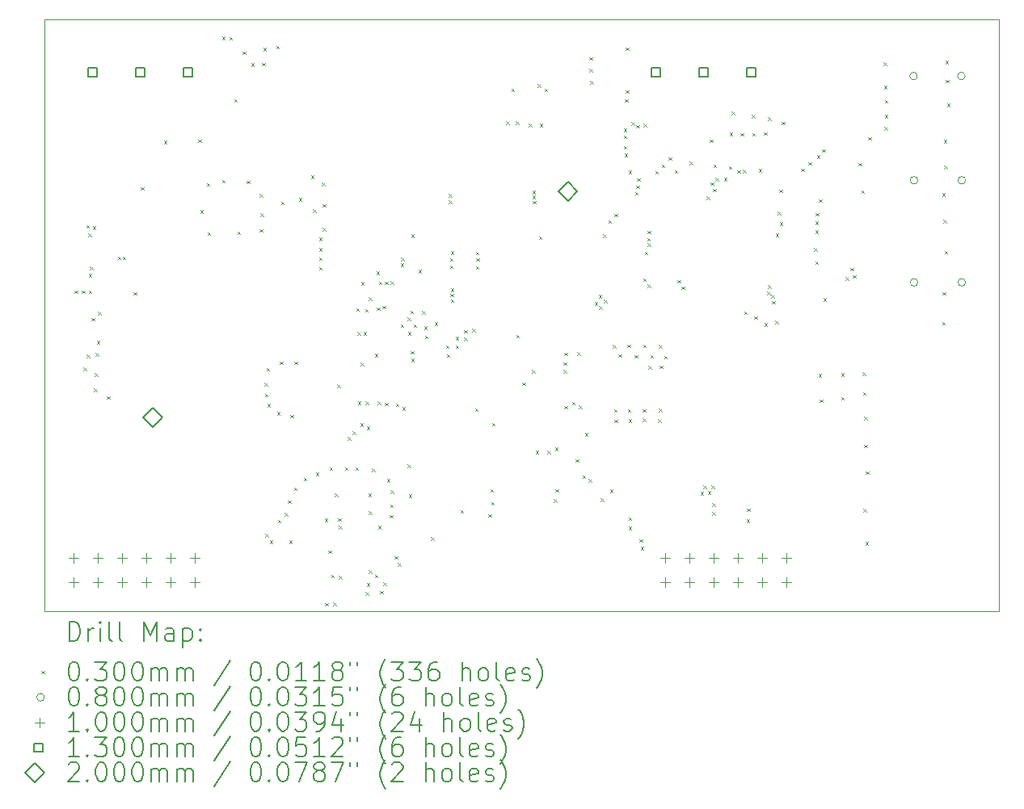
<source format=gbr>
%TF.GenerationSoftware,KiCad,Pcbnew,9.0.3-9.0.3-0~ubuntu24.04.1*%
%TF.CreationDate,2025-08-16T17:29:39+02:00*%
%TF.ProjectId,acoustic-piezodriver-board,61636f75-7374-4696-932d-7069657a6f64,rev?*%
%TF.SameCoordinates,Original*%
%TF.FileFunction,Drillmap*%
%TF.FilePolarity,Positive*%
%FSLAX45Y45*%
G04 Gerber Fmt 4.5, Leading zero omitted, Abs format (unit mm)*
G04 Created by KiCad (PCBNEW 9.0.3-9.0.3-0~ubuntu24.04.1) date 2025-08-16 17:29:39*
%MOMM*%
%LPD*%
G01*
G04 APERTURE LIST*
%ADD10C,0.050000*%
%ADD11C,0.200000*%
%ADD12C,0.100000*%
%ADD13C,0.130002*%
G04 APERTURE END LIST*
D10*
X4400000Y-8000000D02*
X14400000Y-8000000D01*
X14400000Y-14200000D01*
X4400000Y-14200000D01*
X4400000Y-8000000D01*
D11*
D12*
X4712500Y-10840000D02*
X4742500Y-10870000D01*
X4742500Y-10840000D02*
X4712500Y-10870000D01*
X4787500Y-10840000D02*
X4817500Y-10870000D01*
X4817500Y-10840000D02*
X4787500Y-10870000D01*
X4806000Y-11650000D02*
X4836000Y-11680000D01*
X4836000Y-11650000D02*
X4806000Y-11680000D01*
X4835000Y-10155000D02*
X4865000Y-10185000D01*
X4865000Y-10155000D02*
X4835000Y-10185000D01*
X4839000Y-11512000D02*
X4869000Y-11542000D01*
X4869000Y-11512000D02*
X4839000Y-11542000D01*
X4855000Y-10245000D02*
X4885000Y-10275000D01*
X4885000Y-10245000D02*
X4855000Y-10275000D01*
X4860000Y-10665000D02*
X4890000Y-10695000D01*
X4890000Y-10665000D02*
X4860000Y-10695000D01*
X4862500Y-10840000D02*
X4892500Y-10870000D01*
X4892500Y-10840000D02*
X4862500Y-10870000D01*
X4875000Y-10589000D02*
X4905000Y-10619000D01*
X4905000Y-10589000D02*
X4875000Y-10619000D01*
X4893000Y-11127000D02*
X4923000Y-11157000D01*
X4923000Y-11127000D02*
X4893000Y-11157000D01*
X4905000Y-10165000D02*
X4935000Y-10195000D01*
X4935000Y-10165000D02*
X4905000Y-10195000D01*
X4918000Y-11869000D02*
X4948000Y-11899000D01*
X4948000Y-11869000D02*
X4918000Y-11899000D01*
X4926000Y-11709000D02*
X4956000Y-11739000D01*
X4956000Y-11709000D02*
X4926000Y-11739000D01*
X4931000Y-11496000D02*
X4961000Y-11526000D01*
X4961000Y-11496000D02*
X4931000Y-11526000D01*
X4946000Y-11368000D02*
X4976000Y-11398000D01*
X4976000Y-11368000D02*
X4946000Y-11398000D01*
X4959000Y-11063000D02*
X4989000Y-11093000D01*
X4989000Y-11063000D02*
X4959000Y-11093000D01*
X5050000Y-11951000D02*
X5080000Y-11981000D01*
X5080000Y-11951000D02*
X5050000Y-11981000D01*
X5165000Y-10485000D02*
X5195000Y-10515000D01*
X5195000Y-10485000D02*
X5165000Y-10515000D01*
X5215000Y-10485000D02*
X5245000Y-10515000D01*
X5245000Y-10485000D02*
X5215000Y-10515000D01*
X5331000Y-10856000D02*
X5361000Y-10886000D01*
X5361000Y-10856000D02*
X5331000Y-10886000D01*
X5409000Y-9757000D02*
X5439000Y-9787000D01*
X5439000Y-9757000D02*
X5409000Y-9787000D01*
X5648000Y-9269000D02*
X5678000Y-9299000D01*
X5678000Y-9269000D02*
X5648000Y-9299000D01*
X6009000Y-9256000D02*
X6039000Y-9286000D01*
X6039000Y-9256000D02*
X6009000Y-9286000D01*
X6028000Y-9996000D02*
X6058000Y-10026000D01*
X6058000Y-9996000D02*
X6028000Y-10026000D01*
X6096000Y-9716000D02*
X6126000Y-9746000D01*
X6126000Y-9716000D02*
X6096000Y-9746000D01*
X6105000Y-10231000D02*
X6135000Y-10261000D01*
X6135000Y-10231000D02*
X6105000Y-10261000D01*
X6259000Y-9680000D02*
X6289000Y-9710000D01*
X6289000Y-9680000D02*
X6259000Y-9710000D01*
X6260000Y-8176000D02*
X6290000Y-8206000D01*
X6290000Y-8176000D02*
X6260000Y-8206000D01*
X6333000Y-8181000D02*
X6363000Y-8211000D01*
X6363000Y-8181000D02*
X6333000Y-8211000D01*
X6385000Y-8835000D02*
X6415000Y-8865000D01*
X6415000Y-8835000D02*
X6385000Y-8865000D01*
X6418000Y-10222000D02*
X6448000Y-10252000D01*
X6448000Y-10222000D02*
X6418000Y-10252000D01*
X6472000Y-8333000D02*
X6502000Y-8363000D01*
X6502000Y-8333000D02*
X6472000Y-8363000D01*
X6515000Y-9687000D02*
X6545000Y-9717000D01*
X6545000Y-9687000D02*
X6515000Y-9717000D01*
X6563000Y-8458000D02*
X6593000Y-8488000D01*
X6593000Y-8458000D02*
X6563000Y-8488000D01*
X6650000Y-9828000D02*
X6680000Y-9858000D01*
X6680000Y-9828000D02*
X6650000Y-9858000D01*
X6653000Y-10196000D02*
X6683000Y-10226000D01*
X6683000Y-10196000D02*
X6653000Y-10226000D01*
X6661000Y-10031000D02*
X6691000Y-10061000D01*
X6691000Y-10031000D02*
X6661000Y-10061000D01*
X6675000Y-8454000D02*
X6705000Y-8484000D01*
X6705000Y-8454000D02*
X6675000Y-8484000D01*
X6691000Y-8294000D02*
X6721000Y-8324000D01*
X6721000Y-8294000D02*
X6691000Y-8324000D01*
X6704000Y-11808000D02*
X6734000Y-11838000D01*
X6734000Y-11808000D02*
X6704000Y-11838000D01*
X6705000Y-11925000D02*
X6735000Y-11955000D01*
X6735000Y-11925000D02*
X6705000Y-11955000D01*
X6710821Y-13395134D02*
X6740821Y-13425134D01*
X6740821Y-13395134D02*
X6710821Y-13425134D01*
X6725000Y-11655000D02*
X6755000Y-11685000D01*
X6755000Y-11655000D02*
X6725000Y-11685000D01*
X6733000Y-12028000D02*
X6763000Y-12058000D01*
X6763000Y-12028000D02*
X6733000Y-12058000D01*
X6759000Y-13459000D02*
X6789000Y-13489000D01*
X6789000Y-13459000D02*
X6759000Y-13489000D01*
X6825000Y-8273000D02*
X6855000Y-8303000D01*
X6855000Y-8273000D02*
X6825000Y-8303000D01*
X6835000Y-12115000D02*
X6865000Y-12145000D01*
X6865000Y-12115000D02*
X6835000Y-12145000D01*
X6841952Y-13244000D02*
X6871952Y-13274000D01*
X6871952Y-13244000D02*
X6841952Y-13274000D01*
X6865000Y-11585000D02*
X6895000Y-11615000D01*
X6895000Y-11585000D02*
X6865000Y-11615000D01*
X6877500Y-9910000D02*
X6907500Y-9940000D01*
X6907500Y-9910000D02*
X6877500Y-9940000D01*
X6916000Y-13173000D02*
X6946000Y-13203000D01*
X6946000Y-13173000D02*
X6916000Y-13203000D01*
X6950000Y-13040000D02*
X6980000Y-13070000D01*
X6980000Y-13040000D02*
X6950000Y-13070000D01*
X6959000Y-13461000D02*
X6989000Y-13491000D01*
X6989000Y-13461000D02*
X6959000Y-13491000D01*
X6975000Y-12145000D02*
X7005000Y-12175000D01*
X7005000Y-12145000D02*
X6975000Y-12175000D01*
X7010000Y-12905000D02*
X7040000Y-12935000D01*
X7040000Y-12905000D02*
X7010000Y-12935000D01*
X7015000Y-11585000D02*
X7045000Y-11615000D01*
X7045000Y-11585000D02*
X7015000Y-11615000D01*
X7062000Y-9869000D02*
X7092000Y-9899000D01*
X7092000Y-9869000D02*
X7062000Y-9899000D01*
X7115000Y-12805000D02*
X7145000Y-12835000D01*
X7145000Y-12805000D02*
X7115000Y-12835000D01*
X7190429Y-9635429D02*
X7220429Y-9665429D01*
X7220429Y-9635429D02*
X7190429Y-9665429D01*
X7212000Y-9991000D02*
X7242000Y-10021000D01*
X7242000Y-9991000D02*
X7212000Y-10021000D01*
X7240000Y-12750000D02*
X7270000Y-12780000D01*
X7270000Y-12750000D02*
X7240000Y-12780000D01*
X7275000Y-10285000D02*
X7305000Y-10315000D01*
X7305000Y-10285000D02*
X7275000Y-10315000D01*
X7275000Y-10395000D02*
X7305000Y-10425000D01*
X7305000Y-10395000D02*
X7275000Y-10425000D01*
X7275000Y-10495000D02*
X7305000Y-10525000D01*
X7305000Y-10495000D02*
X7275000Y-10525000D01*
X7275000Y-10595000D02*
X7305000Y-10625000D01*
X7305000Y-10595000D02*
X7275000Y-10625000D01*
X7306000Y-9712000D02*
X7336000Y-9742000D01*
X7336000Y-9712000D02*
X7306000Y-9742000D01*
X7312000Y-10182000D02*
X7342000Y-10212000D01*
X7342000Y-10182000D02*
X7312000Y-10212000D01*
X7313318Y-9935000D02*
X7343318Y-9965000D01*
X7343318Y-9935000D02*
X7313318Y-9965000D01*
X7335000Y-13234000D02*
X7365000Y-13264000D01*
X7365000Y-13234000D02*
X7335000Y-13264000D01*
X7336000Y-14117000D02*
X7366000Y-14147000D01*
X7366000Y-14117000D02*
X7336000Y-14147000D01*
X7372000Y-13566000D02*
X7402000Y-13596000D01*
X7402000Y-13566000D02*
X7372000Y-13596000D01*
X7385000Y-12695000D02*
X7415000Y-12725000D01*
X7415000Y-12695000D02*
X7385000Y-12725000D01*
X7400843Y-13821416D02*
X7430843Y-13851416D01*
X7430843Y-13821416D02*
X7400843Y-13851416D01*
X7422926Y-14114926D02*
X7452926Y-14144926D01*
X7452926Y-14114926D02*
X7422926Y-14144926D01*
X7438650Y-12971500D02*
X7468650Y-13001500D01*
X7468650Y-12971500D02*
X7438650Y-13001500D01*
X7463700Y-11828300D02*
X7493700Y-11858300D01*
X7493700Y-11828300D02*
X7463700Y-11858300D01*
X7472650Y-13227000D02*
X7502650Y-13257000D01*
X7502650Y-13227000D02*
X7472650Y-13257000D01*
X7480000Y-13833000D02*
X7510000Y-13863000D01*
X7510000Y-13833000D02*
X7480000Y-13863000D01*
X7480388Y-13306625D02*
X7510388Y-13336625D01*
X7510388Y-13306625D02*
X7480388Y-13336625D01*
X7545000Y-12695000D02*
X7575000Y-12725000D01*
X7575000Y-12695000D02*
X7545000Y-12725000D01*
X7573024Y-12375895D02*
X7603024Y-12405895D01*
X7603024Y-12375895D02*
X7573024Y-12405895D01*
X7625573Y-12315573D02*
X7655573Y-12345573D01*
X7655573Y-12315573D02*
X7625573Y-12345573D01*
X7655000Y-12695000D02*
X7685000Y-12725000D01*
X7685000Y-12695000D02*
X7655000Y-12725000D01*
X7665000Y-11025000D02*
X7695000Y-11055000D01*
X7695000Y-11025000D02*
X7665000Y-11055000D01*
X7675000Y-11275000D02*
X7705000Y-11305000D01*
X7705000Y-11275000D02*
X7675000Y-11305000D01*
X7680000Y-12004000D02*
X7710000Y-12034000D01*
X7710000Y-12004000D02*
X7680000Y-12034000D01*
X7704000Y-12232000D02*
X7734000Y-12262000D01*
X7734000Y-12232000D02*
X7704000Y-12262000D01*
X7712000Y-11597000D02*
X7742000Y-11627000D01*
X7742000Y-11597000D02*
X7712000Y-11627000D01*
X7713834Y-10752500D02*
X7743834Y-10782500D01*
X7743834Y-10752500D02*
X7713834Y-10782500D01*
X7741000Y-11277000D02*
X7771000Y-11307000D01*
X7771000Y-11277000D02*
X7741000Y-11307000D01*
X7755000Y-11035000D02*
X7785000Y-11065000D01*
X7785000Y-11035000D02*
X7755000Y-11065000D01*
X7760000Y-14001000D02*
X7790000Y-14031000D01*
X7790000Y-14001000D02*
X7760000Y-14031000D01*
X7760000Y-12004000D02*
X7790000Y-12034000D01*
X7790000Y-12004000D02*
X7760000Y-12034000D01*
X7774000Y-13908100D02*
X7804000Y-13938100D01*
X7804000Y-13908100D02*
X7774000Y-13938100D01*
X7774867Y-12269121D02*
X7804867Y-12299121D01*
X7804867Y-12269121D02*
X7774867Y-12299121D01*
X7791650Y-12971500D02*
X7821650Y-13001500D01*
X7821650Y-12971500D02*
X7791650Y-13001500D01*
X7793000Y-13773000D02*
X7823000Y-13803000D01*
X7823000Y-13773000D02*
X7793000Y-13803000D01*
X7795000Y-10910000D02*
X7825000Y-10940000D01*
X7825000Y-10910000D02*
X7795000Y-10940000D01*
X7795000Y-13155000D02*
X7825000Y-13185000D01*
X7825000Y-13155000D02*
X7795000Y-13185000D01*
X7830000Y-12705000D02*
X7860000Y-12735000D01*
X7860000Y-12705000D02*
X7830000Y-12735000D01*
X7857000Y-11506000D02*
X7887000Y-11536000D01*
X7887000Y-11506000D02*
X7857000Y-11536000D01*
X7857855Y-13819839D02*
X7887855Y-13849839D01*
X7887855Y-13819839D02*
X7857855Y-13849839D01*
X7875000Y-10642500D02*
X7905000Y-10672500D01*
X7905000Y-10642500D02*
X7875000Y-10672500D01*
X7881000Y-11018000D02*
X7911000Y-11048000D01*
X7911000Y-11018000D02*
X7881000Y-11048000D01*
X7886323Y-12002507D02*
X7916323Y-12032507D01*
X7916323Y-12002507D02*
X7886323Y-12032507D01*
X7893650Y-13308000D02*
X7923650Y-13338000D01*
X7923650Y-13308000D02*
X7893650Y-13338000D01*
X7900000Y-10747500D02*
X7930000Y-10777500D01*
X7930000Y-10747500D02*
X7900000Y-10777500D01*
X7915000Y-13990000D02*
X7945000Y-14020000D01*
X7945000Y-13990000D02*
X7915000Y-14020000D01*
X7941000Y-11003000D02*
X7971000Y-11033000D01*
X7971000Y-11003000D02*
X7941000Y-11033000D01*
X7947000Y-13901000D02*
X7977000Y-13931000D01*
X7977000Y-13901000D02*
X7947000Y-13931000D01*
X7965000Y-10747500D02*
X7995000Y-10777500D01*
X7995000Y-10747500D02*
X7965000Y-10777500D01*
X7965000Y-12017000D02*
X7995000Y-12047000D01*
X7995000Y-12017000D02*
X7965000Y-12047000D01*
X7985000Y-12815000D02*
X8015000Y-12845000D01*
X8015000Y-12815000D02*
X7985000Y-12845000D01*
X8016650Y-13194000D02*
X8046650Y-13224000D01*
X8046650Y-13194000D02*
X8016650Y-13224000D01*
X8020000Y-13085000D02*
X8050000Y-13115000D01*
X8050000Y-13085000D02*
X8020000Y-13115000D01*
X8025000Y-10742500D02*
X8055000Y-10772500D01*
X8055000Y-10742500D02*
X8025000Y-10772500D01*
X8025000Y-12935000D02*
X8055000Y-12965000D01*
X8055000Y-12935000D02*
X8025000Y-12965000D01*
X8067000Y-13625000D02*
X8097000Y-13655000D01*
X8097000Y-13625000D02*
X8067000Y-13655000D01*
X8078000Y-12026000D02*
X8108000Y-12056000D01*
X8108000Y-12026000D02*
X8078000Y-12056000D01*
X8099218Y-13698226D02*
X8129218Y-13728226D01*
X8129218Y-13698226D02*
X8099218Y-13728226D01*
X8129000Y-10555000D02*
X8159000Y-10585000D01*
X8159000Y-10555000D02*
X8129000Y-10585000D01*
X8130000Y-11197500D02*
X8160000Y-11227500D01*
X8160000Y-11197500D02*
X8130000Y-11227500D01*
X8132000Y-10497000D02*
X8162000Y-10527000D01*
X8162000Y-10497000D02*
X8132000Y-10527000D01*
X8147726Y-12065221D02*
X8177726Y-12095221D01*
X8177726Y-12065221D02*
X8147726Y-12095221D01*
X8200000Y-12664000D02*
X8230000Y-12694000D01*
X8230000Y-12664000D02*
X8200000Y-12694000D01*
X8202500Y-11125000D02*
X8232500Y-11155000D01*
X8232500Y-11125000D02*
X8202500Y-11155000D01*
X8205000Y-11275000D02*
X8235000Y-11305000D01*
X8235000Y-11275000D02*
X8205000Y-11305000D01*
X8213000Y-12980000D02*
X8243000Y-13010000D01*
X8243000Y-12980000D02*
X8213000Y-13010000D01*
X8232000Y-11052000D02*
X8262000Y-11082000D01*
X8262000Y-11052000D02*
X8232000Y-11082000D01*
X8237000Y-11475000D02*
X8267000Y-11505000D01*
X8267000Y-11475000D02*
X8237000Y-11505000D01*
X8240000Y-10250000D02*
X8270000Y-10280000D01*
X8270000Y-10250000D02*
X8240000Y-10280000D01*
X8240000Y-11555000D02*
X8270000Y-11585000D01*
X8270000Y-11555000D02*
X8240000Y-11585000D01*
X8265000Y-11195000D02*
X8295000Y-11225000D01*
X8295000Y-11195000D02*
X8265000Y-11225000D01*
X8316000Y-10624000D02*
X8346000Y-10654000D01*
X8346000Y-10624000D02*
X8316000Y-10654000D01*
X8352000Y-11056000D02*
X8382000Y-11086000D01*
X8382000Y-11056000D02*
X8352000Y-11086000D01*
X8375000Y-11215000D02*
X8405000Y-11245000D01*
X8405000Y-11215000D02*
X8375000Y-11245000D01*
X8385000Y-11315000D02*
X8415000Y-11345000D01*
X8415000Y-11315000D02*
X8385000Y-11345000D01*
X8449000Y-13425000D02*
X8479000Y-13455000D01*
X8479000Y-13425000D02*
X8449000Y-13455000D01*
X8485000Y-11175000D02*
X8515000Y-11205000D01*
X8515000Y-11175000D02*
X8485000Y-11205000D01*
X8605000Y-11415000D02*
X8635000Y-11445000D01*
X8635000Y-11415000D02*
X8605000Y-11445000D01*
X8611000Y-11508000D02*
X8641000Y-11538000D01*
X8641000Y-11508000D02*
X8611000Y-11538000D01*
X8632500Y-9897500D02*
X8662500Y-9927500D01*
X8662500Y-9897500D02*
X8632500Y-9927500D01*
X8635000Y-9827500D02*
X8665000Y-9857500D01*
X8665000Y-9827500D02*
X8635000Y-9857500D01*
X8645000Y-10577500D02*
X8675000Y-10607500D01*
X8675000Y-10577500D02*
X8645000Y-10607500D01*
X8647500Y-10502500D02*
X8677500Y-10532500D01*
X8677500Y-10502500D02*
X8647500Y-10532500D01*
X8650725Y-10874652D02*
X8680725Y-10904652D01*
X8680725Y-10874652D02*
X8650725Y-10904652D01*
X8652500Y-10430000D02*
X8682500Y-10460000D01*
X8682500Y-10430000D02*
X8652500Y-10460000D01*
X8652500Y-10817000D02*
X8682500Y-10847000D01*
X8682500Y-10817000D02*
X8652500Y-10847000D01*
X8655000Y-10934500D02*
X8685000Y-10964500D01*
X8685000Y-10934500D02*
X8655000Y-10964500D01*
X8705000Y-11325000D02*
X8735000Y-11355000D01*
X8735000Y-11325000D02*
X8705000Y-11355000D01*
X8705000Y-11415000D02*
X8735000Y-11445000D01*
X8735000Y-11415000D02*
X8705000Y-11445000D01*
X8755000Y-13144000D02*
X8785000Y-13174000D01*
X8785000Y-13144000D02*
X8755000Y-13174000D01*
X8795000Y-11255000D02*
X8825000Y-11285000D01*
X8825000Y-11255000D02*
X8795000Y-11285000D01*
X8795000Y-11335000D02*
X8825000Y-11365000D01*
X8825000Y-11335000D02*
X8795000Y-11365000D01*
X8880000Y-11241000D02*
X8910000Y-11271000D01*
X8910000Y-11241000D02*
X8880000Y-11271000D01*
X8906375Y-12078000D02*
X8936375Y-12108000D01*
X8936375Y-12078000D02*
X8906375Y-12108000D01*
X8915000Y-10587500D02*
X8945000Y-10617500D01*
X8945000Y-10587500D02*
X8915000Y-10617500D01*
X8917500Y-10432500D02*
X8947500Y-10462500D01*
X8947500Y-10432500D02*
X8917500Y-10462500D01*
X8922500Y-10500000D02*
X8952500Y-10530000D01*
X8952500Y-10500000D02*
X8922500Y-10530000D01*
X9047292Y-13186367D02*
X9077292Y-13216367D01*
X9077292Y-13186367D02*
X9047292Y-13216367D01*
X9068500Y-12923500D02*
X9098500Y-12953500D01*
X9098500Y-12923500D02*
X9068500Y-12953500D01*
X9077000Y-13059000D02*
X9107000Y-13089000D01*
X9107000Y-13059000D02*
X9077000Y-13089000D01*
X9084375Y-12227000D02*
X9114375Y-12257000D01*
X9114375Y-12227000D02*
X9084375Y-12257000D01*
X9235000Y-9065000D02*
X9265000Y-9095000D01*
X9265000Y-9065000D02*
X9235000Y-9095000D01*
X9290000Y-8725000D02*
X9320000Y-8755000D01*
X9320000Y-8725000D02*
X9290000Y-8755000D01*
X9335000Y-9065000D02*
X9365000Y-9095000D01*
X9365000Y-9065000D02*
X9335000Y-9095000D01*
X9341000Y-11305000D02*
X9371000Y-11335000D01*
X9371000Y-11305000D02*
X9341000Y-11335000D01*
X9405000Y-11805000D02*
X9435000Y-11835000D01*
X9435000Y-11805000D02*
X9405000Y-11835000D01*
X9470000Y-9090000D02*
X9500000Y-9120000D01*
X9500000Y-9090000D02*
X9470000Y-9120000D01*
X9507000Y-11672000D02*
X9537000Y-11702000D01*
X9537000Y-11672000D02*
X9507000Y-11702000D01*
X9509000Y-9794000D02*
X9539000Y-9824000D01*
X9539000Y-9794000D02*
X9509000Y-9824000D01*
X9510000Y-9845000D02*
X9540000Y-9875000D01*
X9540000Y-9845000D02*
X9510000Y-9875000D01*
X9512000Y-9900000D02*
X9542000Y-9930000D01*
X9542000Y-9900000D02*
X9512000Y-9930000D01*
X9544000Y-12520000D02*
X9574000Y-12550000D01*
X9574000Y-12520000D02*
X9544000Y-12550000D01*
X9565000Y-8675000D02*
X9595000Y-8705000D01*
X9595000Y-8675000D02*
X9565000Y-8705000D01*
X9578000Y-10274000D02*
X9608000Y-10304000D01*
X9608000Y-10274000D02*
X9578000Y-10304000D01*
X9585000Y-9090000D02*
X9615000Y-9120000D01*
X9615000Y-9090000D02*
X9585000Y-9120000D01*
X9635000Y-8725000D02*
X9665000Y-8755000D01*
X9665000Y-8725000D02*
X9635000Y-8755000D01*
X9664000Y-12522000D02*
X9694000Y-12552000D01*
X9694000Y-12522000D02*
X9664000Y-12552000D01*
X9732000Y-13028000D02*
X9762000Y-13058000D01*
X9762000Y-13028000D02*
X9732000Y-13058000D01*
X9747500Y-12488250D02*
X9777500Y-12518250D01*
X9777500Y-12488250D02*
X9747500Y-12518250D01*
X9750000Y-12924000D02*
X9780000Y-12954000D01*
X9780000Y-12924000D02*
X9750000Y-12954000D01*
X9835000Y-11595000D02*
X9865000Y-11625000D01*
X9865000Y-11595000D02*
X9835000Y-11625000D01*
X9835000Y-11672000D02*
X9865000Y-11702000D01*
X9865000Y-11672000D02*
X9835000Y-11702000D01*
X9844000Y-11492000D02*
X9874000Y-11522000D01*
X9874000Y-11492000D02*
X9844000Y-11522000D01*
X9845000Y-12051000D02*
X9875000Y-12081000D01*
X9875000Y-12051000D02*
X9845000Y-12081000D01*
X9925000Y-12010000D02*
X9955000Y-12040000D01*
X9955000Y-12010000D02*
X9925000Y-12040000D01*
X9964000Y-12610000D02*
X9994000Y-12640000D01*
X9994000Y-12610000D02*
X9964000Y-12640000D01*
X9977000Y-11490000D02*
X10007000Y-11520000D01*
X10007000Y-11490000D02*
X9977000Y-11520000D01*
X9997000Y-12045000D02*
X10027000Y-12075000D01*
X10027000Y-12045000D02*
X9997000Y-12075000D01*
X10034033Y-12779033D02*
X10064033Y-12809033D01*
X10064033Y-12779033D02*
X10034033Y-12809033D01*
X10059000Y-12333000D02*
X10089000Y-12363000D01*
X10089000Y-12333000D02*
X10059000Y-12363000D01*
X10096000Y-12819000D02*
X10126000Y-12849000D01*
X10126000Y-12819000D02*
X10096000Y-12849000D01*
X10105000Y-8395000D02*
X10135000Y-8425000D01*
X10135000Y-8395000D02*
X10105000Y-8425000D01*
X10105000Y-8515000D02*
X10135000Y-8545000D01*
X10135000Y-8515000D02*
X10105000Y-8545000D01*
X10115000Y-8645000D02*
X10145000Y-8675000D01*
X10145000Y-8645000D02*
X10115000Y-8675000D01*
X10160000Y-10961000D02*
X10190000Y-10991000D01*
X10190000Y-10961000D02*
X10160000Y-10991000D01*
X10204000Y-10889000D02*
X10234000Y-10919000D01*
X10234000Y-10889000D02*
X10204000Y-10919000D01*
X10207000Y-11004000D02*
X10237000Y-11034000D01*
X10237000Y-11004000D02*
X10207000Y-11034000D01*
X10224000Y-13020000D02*
X10254000Y-13050000D01*
X10254000Y-13020000D02*
X10224000Y-13050000D01*
X10248000Y-10250000D02*
X10278000Y-10280000D01*
X10278000Y-10250000D02*
X10248000Y-10280000D01*
X10258000Y-10938000D02*
X10288000Y-10968000D01*
X10288000Y-10938000D02*
X10258000Y-10968000D01*
X10307000Y-10104000D02*
X10337000Y-10134000D01*
X10337000Y-10104000D02*
X10307000Y-10134000D01*
X10321000Y-12929000D02*
X10351000Y-12959000D01*
X10351000Y-12929000D02*
X10321000Y-12959000D01*
X10354000Y-11410000D02*
X10384000Y-11440000D01*
X10384000Y-11410000D02*
X10354000Y-11440000D01*
X10365000Y-12085000D02*
X10395000Y-12115000D01*
X10395000Y-12085000D02*
X10365000Y-12115000D01*
X10367000Y-12194000D02*
X10397000Y-12224000D01*
X10397000Y-12194000D02*
X10367000Y-12224000D01*
X10370000Y-10036000D02*
X10400000Y-10066000D01*
X10400000Y-10036000D02*
X10370000Y-10066000D01*
X10411000Y-11510000D02*
X10441000Y-11540000D01*
X10441000Y-11510000D02*
X10411000Y-11540000D01*
X10465000Y-9145000D02*
X10495000Y-9175000D01*
X10495000Y-9145000D02*
X10465000Y-9175000D01*
X10465000Y-9215000D02*
X10495000Y-9245000D01*
X10495000Y-9215000D02*
X10465000Y-9245000D01*
X10465000Y-9325000D02*
X10495000Y-9355000D01*
X10495000Y-9325000D02*
X10465000Y-9355000D01*
X10475000Y-9405000D02*
X10505000Y-9435000D01*
X10505000Y-9405000D02*
X10475000Y-9435000D01*
X10480000Y-8835000D02*
X10510000Y-8865000D01*
X10510000Y-8835000D02*
X10480000Y-8865000D01*
X10485000Y-8290000D02*
X10515000Y-8320000D01*
X10515000Y-8290000D02*
X10485000Y-8320000D01*
X10485000Y-8740000D02*
X10515000Y-8770000D01*
X10515000Y-8740000D02*
X10485000Y-8770000D01*
X10504000Y-11408000D02*
X10534000Y-11438000D01*
X10534000Y-11408000D02*
X10504000Y-11438000D01*
X10510000Y-12085000D02*
X10540000Y-12115000D01*
X10540000Y-12085000D02*
X10510000Y-12115000D01*
X10515000Y-13315000D02*
X10545000Y-13345000D01*
X10545000Y-13315000D02*
X10515000Y-13345000D01*
X10517500Y-9582500D02*
X10547500Y-9612500D01*
X10547500Y-9582500D02*
X10517500Y-9612500D01*
X10518000Y-12191000D02*
X10548000Y-12221000D01*
X10548000Y-12191000D02*
X10518000Y-12221000D01*
X10518000Y-13221000D02*
X10548000Y-13251000D01*
X10548000Y-13221000D02*
X10518000Y-13251000D01*
X10545000Y-9075000D02*
X10575000Y-9105000D01*
X10575000Y-9075000D02*
X10545000Y-9105000D01*
X10582000Y-11517000D02*
X10612000Y-11547000D01*
X10612000Y-11517000D02*
X10582000Y-11547000D01*
X10584000Y-9806000D02*
X10614000Y-9836000D01*
X10614000Y-9806000D02*
X10584000Y-9836000D01*
X10595000Y-9105000D02*
X10625000Y-9135000D01*
X10625000Y-9105000D02*
X10595000Y-9135000D01*
X10596000Y-9741000D02*
X10626000Y-9771000D01*
X10626000Y-9741000D02*
X10596000Y-9771000D01*
X10607500Y-9665000D02*
X10637500Y-9695000D01*
X10637500Y-9665000D02*
X10607500Y-9695000D01*
X10631000Y-13448000D02*
X10661000Y-13478000D01*
X10661000Y-13448000D02*
X10631000Y-13478000D01*
X10641962Y-13528962D02*
X10671962Y-13558962D01*
X10671962Y-13528962D02*
X10641962Y-13558962D01*
X10665000Y-12085000D02*
X10695000Y-12115000D01*
X10695000Y-12085000D02*
X10665000Y-12115000D01*
X10667000Y-12183000D02*
X10697000Y-12213000D01*
X10697000Y-12183000D02*
X10667000Y-12213000D01*
X10669116Y-10713673D02*
X10699116Y-10743673D01*
X10699116Y-10713673D02*
X10669116Y-10743673D01*
X10670000Y-11408000D02*
X10700000Y-11438000D01*
X10700000Y-11408000D02*
X10670000Y-11438000D01*
X10675000Y-9090000D02*
X10705000Y-9120000D01*
X10705000Y-9090000D02*
X10675000Y-9120000D01*
X10685000Y-10432500D02*
X10715000Y-10462500D01*
X10715000Y-10432500D02*
X10685000Y-10462500D01*
X10713000Y-10289000D02*
X10743000Y-10319000D01*
X10743000Y-10289000D02*
X10713000Y-10319000D01*
X10717664Y-10343802D02*
X10747664Y-10373802D01*
X10747664Y-10343802D02*
X10717664Y-10373802D01*
X10718000Y-10214000D02*
X10748000Y-10244000D01*
X10748000Y-10214000D02*
X10718000Y-10244000D01*
X10718000Y-10777000D02*
X10748000Y-10807000D01*
X10748000Y-10777000D02*
X10718000Y-10807000D01*
X10723000Y-11632000D02*
X10753000Y-11662000D01*
X10753000Y-11632000D02*
X10723000Y-11662000D01*
X10747000Y-11518000D02*
X10777000Y-11548000D01*
X10777000Y-11518000D02*
X10747000Y-11548000D01*
X10796000Y-9587000D02*
X10826000Y-9617000D01*
X10826000Y-9587000D02*
X10796000Y-9617000D01*
X10828000Y-12189000D02*
X10858000Y-12219000D01*
X10858000Y-12189000D02*
X10828000Y-12219000D01*
X10835000Y-11411000D02*
X10865000Y-11441000D01*
X10865000Y-11411000D02*
X10835000Y-11441000D01*
X10835000Y-12080000D02*
X10865000Y-12110000D01*
X10865000Y-12080000D02*
X10835000Y-12110000D01*
X10843000Y-11628000D02*
X10873000Y-11658000D01*
X10873000Y-11628000D02*
X10843000Y-11658000D01*
X10864000Y-9519000D02*
X10894000Y-9549000D01*
X10894000Y-9519000D02*
X10864000Y-9549000D01*
X10889000Y-11525000D02*
X10919000Y-11555000D01*
X10919000Y-11525000D02*
X10889000Y-11555000D01*
X10936000Y-9443000D02*
X10966000Y-9473000D01*
X10966000Y-9443000D02*
X10936000Y-9473000D01*
X10997500Y-9577500D02*
X11027500Y-9607500D01*
X11027500Y-9577500D02*
X10997500Y-9607500D01*
X11028000Y-10731000D02*
X11058000Y-10761000D01*
X11058000Y-10731000D02*
X11028000Y-10761000D01*
X11069160Y-10799600D02*
X11099160Y-10829600D01*
X11099160Y-10799600D02*
X11069160Y-10829600D01*
X11155000Y-9490000D02*
X11185000Y-9520000D01*
X11185000Y-9490000D02*
X11155000Y-9520000D01*
X11272000Y-12951000D02*
X11302000Y-12981000D01*
X11302000Y-12951000D02*
X11272000Y-12981000D01*
X11300000Y-12886000D02*
X11330000Y-12916000D01*
X11330000Y-12886000D02*
X11300000Y-12916000D01*
X11335000Y-9852500D02*
X11365000Y-9882500D01*
X11365000Y-9852500D02*
X11335000Y-9882500D01*
X11348000Y-12943000D02*
X11378000Y-12973000D01*
X11378000Y-12943000D02*
X11348000Y-12973000D01*
X11370000Y-9256000D02*
X11400000Y-9286000D01*
X11400000Y-9256000D02*
X11370000Y-9286000D01*
X11377500Y-9705000D02*
X11407500Y-9735000D01*
X11407500Y-9705000D02*
X11377500Y-9735000D01*
X11383000Y-12883000D02*
X11413000Y-12913000D01*
X11413000Y-12883000D02*
X11383000Y-12913000D01*
X11391962Y-13163962D02*
X11421962Y-13193962D01*
X11421962Y-13163962D02*
X11391962Y-13193962D01*
X11392000Y-13072000D02*
X11422000Y-13102000D01*
X11422000Y-13072000D02*
X11392000Y-13102000D01*
X11400000Y-9772500D02*
X11430000Y-9802500D01*
X11430000Y-9772500D02*
X11400000Y-9802500D01*
X11405000Y-9519000D02*
X11435000Y-9549000D01*
X11435000Y-9519000D02*
X11405000Y-9549000D01*
X11427158Y-9657500D02*
X11457158Y-9687500D01*
X11457158Y-9657500D02*
X11427158Y-9687500D01*
X11517258Y-9661000D02*
X11547258Y-9691000D01*
X11547258Y-9661000D02*
X11517258Y-9691000D01*
X11568000Y-9537000D02*
X11598000Y-9567000D01*
X11598000Y-9537000D02*
X11568000Y-9567000D01*
X11575000Y-9187000D02*
X11605000Y-9217000D01*
X11605000Y-9187000D02*
X11575000Y-9217000D01*
X11595000Y-8967000D02*
X11625000Y-8997000D01*
X11625000Y-8967000D02*
X11595000Y-8997000D01*
X11656157Y-9580513D02*
X11686157Y-9610513D01*
X11686157Y-9580513D02*
X11656157Y-9610513D01*
X11691000Y-9189000D02*
X11721000Y-9219000D01*
X11721000Y-9189000D02*
X11691000Y-9219000D01*
X11716000Y-9576169D02*
X11746000Y-9606169D01*
X11746000Y-9576169D02*
X11716000Y-9606169D01*
X11727435Y-11060738D02*
X11757435Y-11090738D01*
X11757435Y-11060738D02*
X11727435Y-11090738D01*
X11754000Y-13240000D02*
X11784000Y-13270000D01*
X11784000Y-13240000D02*
X11754000Y-13270000D01*
X11757000Y-13126000D02*
X11787000Y-13156000D01*
X11787000Y-13126000D02*
X11757000Y-13156000D01*
X11808000Y-9000000D02*
X11838000Y-9030000D01*
X11838000Y-9000000D02*
X11808000Y-9030000D01*
X11814000Y-9189000D02*
X11844000Y-9219000D01*
X11844000Y-9189000D02*
X11814000Y-9219000D01*
X11835000Y-11113000D02*
X11865000Y-11143000D01*
X11865000Y-11113000D02*
X11835000Y-11143000D01*
X11880000Y-9567500D02*
X11910000Y-9597500D01*
X11910000Y-9567500D02*
X11880000Y-9597500D01*
X11937000Y-9181000D02*
X11967000Y-9211000D01*
X11967000Y-9181000D02*
X11937000Y-9211000D01*
X11939000Y-11182000D02*
X11969000Y-11212000D01*
X11969000Y-11182000D02*
X11939000Y-11212000D01*
X11969798Y-10853962D02*
X11999798Y-10883962D01*
X11999798Y-10853962D02*
X11969798Y-10883962D01*
X11977000Y-10785000D02*
X12007000Y-10815000D01*
X12007000Y-10785000D02*
X11977000Y-10815000D01*
X11978000Y-9022000D02*
X12008000Y-9052000D01*
X12008000Y-9022000D02*
X11978000Y-9052000D01*
X12013000Y-10888000D02*
X12043000Y-10918000D01*
X12043000Y-10888000D02*
X12013000Y-10918000D01*
X12018000Y-10952000D02*
X12048000Y-10982000D01*
X12048000Y-10952000D02*
X12018000Y-10982000D01*
X12054000Y-11156000D02*
X12084000Y-11186000D01*
X12084000Y-11156000D02*
X12054000Y-11186000D01*
X12058000Y-10244000D02*
X12088000Y-10274000D01*
X12088000Y-10244000D02*
X12058000Y-10274000D01*
X12077000Y-10017000D02*
X12107000Y-10047000D01*
X12107000Y-10017000D02*
X12077000Y-10047000D01*
X12095000Y-9782000D02*
X12125000Y-9812000D01*
X12125000Y-9782000D02*
X12095000Y-9812000D01*
X12102000Y-10124000D02*
X12132000Y-10154000D01*
X12132000Y-10124000D02*
X12102000Y-10154000D01*
X12119000Y-9070000D02*
X12149000Y-9100000D01*
X12149000Y-9070000D02*
X12119000Y-9100000D01*
X12323000Y-9562000D02*
X12353000Y-9592000D01*
X12353000Y-9562000D02*
X12323000Y-9592000D01*
X12399000Y-9495000D02*
X12429000Y-9525000D01*
X12429000Y-9495000D02*
X12399000Y-9525000D01*
X12458000Y-10396000D02*
X12488000Y-10426000D01*
X12488000Y-10396000D02*
X12458000Y-10426000D01*
X12471000Y-10536000D02*
X12501000Y-10566000D01*
X12501000Y-10536000D02*
X12471000Y-10566000D01*
X12472000Y-10115000D02*
X12502000Y-10145000D01*
X12502000Y-10115000D02*
X12472000Y-10145000D01*
X12474000Y-10208000D02*
X12504000Y-10238000D01*
X12504000Y-10208000D02*
X12474000Y-10238000D01*
X12475000Y-10027000D02*
X12505000Y-10057000D01*
X12505000Y-10027000D02*
X12475000Y-10057000D01*
X12488000Y-9420000D02*
X12518000Y-9450000D01*
X12518000Y-9420000D02*
X12488000Y-9450000D01*
X12506000Y-11715000D02*
X12536000Y-11745000D01*
X12536000Y-11715000D02*
X12506000Y-11745000D01*
X12508904Y-9885182D02*
X12538904Y-9915182D01*
X12538904Y-9885182D02*
X12508904Y-9915182D01*
X12518000Y-11984000D02*
X12548000Y-12014000D01*
X12548000Y-11984000D02*
X12518000Y-12014000D01*
X12546000Y-9359000D02*
X12576000Y-9389000D01*
X12576000Y-9359000D02*
X12546000Y-9389000D01*
X12556000Y-10923000D02*
X12586000Y-10953000D01*
X12586000Y-10923000D02*
X12556000Y-10953000D01*
X12742000Y-11710000D02*
X12772000Y-11740000D01*
X12772000Y-11710000D02*
X12742000Y-11740000D01*
X12745000Y-11957000D02*
X12775000Y-11987000D01*
X12775000Y-11957000D02*
X12745000Y-11987000D01*
X12790000Y-10701000D02*
X12820000Y-10731000D01*
X12820000Y-10701000D02*
X12790000Y-10731000D01*
X12840000Y-10603000D02*
X12870000Y-10633000D01*
X12870000Y-10603000D02*
X12840000Y-10633000D01*
X12867452Y-10680969D02*
X12897452Y-10710969D01*
X12897452Y-10680969D02*
X12867452Y-10710969D01*
X12927000Y-9504000D02*
X12957000Y-9534000D01*
X12957000Y-9504000D02*
X12927000Y-9534000D01*
X12957000Y-9789000D02*
X12987000Y-9819000D01*
X12987000Y-9789000D02*
X12957000Y-9819000D01*
X12969000Y-11699000D02*
X12999000Y-11729000D01*
X12999000Y-11699000D02*
X12969000Y-11729000D01*
X12972000Y-11908000D02*
X13002000Y-11938000D01*
X13002000Y-11908000D02*
X12972000Y-11938000D01*
X12977000Y-13132000D02*
X13007000Y-13162000D01*
X13007000Y-13132000D02*
X12977000Y-13162000D01*
X12983000Y-12459000D02*
X13013000Y-12489000D01*
X13013000Y-12459000D02*
X12983000Y-12489000D01*
X12987000Y-12164000D02*
X13017000Y-12194000D01*
X13017000Y-12164000D02*
X12987000Y-12194000D01*
X12997000Y-13477000D02*
X13027000Y-13507000D01*
X13027000Y-13477000D02*
X12997000Y-13507000D01*
X13001000Y-12738000D02*
X13031000Y-12768000D01*
X13031000Y-12738000D02*
X13001000Y-12768000D01*
X13025000Y-9232000D02*
X13055000Y-9262000D01*
X13055000Y-9232000D02*
X13025000Y-9262000D01*
X13186000Y-8447000D02*
X13216000Y-8477000D01*
X13216000Y-8447000D02*
X13186000Y-8477000D01*
X13194000Y-8695000D02*
X13224000Y-8725000D01*
X13224000Y-8695000D02*
X13194000Y-8725000D01*
X13197000Y-9124000D02*
X13227000Y-9154000D01*
X13227000Y-9124000D02*
X13197000Y-9154000D01*
X13202000Y-8843000D02*
X13232000Y-8873000D01*
X13232000Y-8843000D02*
X13202000Y-8873000D01*
X13202000Y-9000000D02*
X13232000Y-9030000D01*
X13232000Y-9000000D02*
X13202000Y-9030000D01*
X13802000Y-11172000D02*
X13832000Y-11202000D01*
X13832000Y-11172000D02*
X13802000Y-11202000D01*
X13803000Y-9822000D02*
X13833000Y-9852000D01*
X13833000Y-9822000D02*
X13803000Y-9852000D01*
X13806000Y-10859000D02*
X13836000Y-10889000D01*
X13836000Y-10859000D02*
X13806000Y-10889000D01*
X13814000Y-10099000D02*
X13844000Y-10129000D01*
X13844000Y-10099000D02*
X13814000Y-10129000D01*
X13819000Y-9263000D02*
X13849000Y-9293000D01*
X13849000Y-9263000D02*
X13819000Y-9293000D01*
X13823000Y-9534000D02*
X13853000Y-9564000D01*
X13853000Y-9534000D02*
X13823000Y-9564000D01*
X13828000Y-10424000D02*
X13858000Y-10454000D01*
X13858000Y-10424000D02*
X13828000Y-10454000D01*
X13834000Y-8433000D02*
X13864000Y-8463000D01*
X13864000Y-8433000D02*
X13834000Y-8463000D01*
X13838000Y-8629000D02*
X13868000Y-8659000D01*
X13868000Y-8629000D02*
X13838000Y-8659000D01*
X13854000Y-8881000D02*
X13884000Y-8911000D01*
X13884000Y-8881000D02*
X13854000Y-8911000D01*
X13542500Y-8592500D02*
G75*
G02*
X13462500Y-8592500I-40000J0D01*
G01*
X13462500Y-8592500D02*
G75*
G02*
X13542500Y-8592500I40000J0D01*
G01*
X13547500Y-9685000D02*
G75*
G02*
X13467500Y-9685000I-40000J0D01*
G01*
X13467500Y-9685000D02*
G75*
G02*
X13547500Y-9685000I40000J0D01*
G01*
X13547500Y-10755000D02*
G75*
G02*
X13467500Y-10755000I-40000J0D01*
G01*
X13467500Y-10755000D02*
G75*
G02*
X13547500Y-10755000I40000J0D01*
G01*
X14042500Y-8592500D02*
G75*
G02*
X13962500Y-8592500I-40000J0D01*
G01*
X13962500Y-8592500D02*
G75*
G02*
X14042500Y-8592500I40000J0D01*
G01*
X14047500Y-9685000D02*
G75*
G02*
X13967500Y-9685000I-40000J0D01*
G01*
X13967500Y-9685000D02*
G75*
G02*
X14047500Y-9685000I40000J0D01*
G01*
X14047500Y-10755000D02*
G75*
G02*
X13967500Y-10755000I-40000J0D01*
G01*
X13967500Y-10755000D02*
G75*
G02*
X14047500Y-10755000I40000J0D01*
G01*
X4700000Y-13596000D02*
X4700000Y-13696000D01*
X4650000Y-13646000D02*
X4750000Y-13646000D01*
X4700000Y-13850000D02*
X4700000Y-13950000D01*
X4650000Y-13900000D02*
X4750000Y-13900000D01*
X4954000Y-13596000D02*
X4954000Y-13696000D01*
X4904000Y-13646000D02*
X5004000Y-13646000D01*
X4954000Y-13850000D02*
X4954000Y-13950000D01*
X4904000Y-13900000D02*
X5004000Y-13900000D01*
X5208000Y-13596000D02*
X5208000Y-13696000D01*
X5158000Y-13646000D02*
X5258000Y-13646000D01*
X5208000Y-13850000D02*
X5208000Y-13950000D01*
X5158000Y-13900000D02*
X5258000Y-13900000D01*
X5462000Y-13596000D02*
X5462000Y-13696000D01*
X5412000Y-13646000D02*
X5512000Y-13646000D01*
X5462000Y-13850000D02*
X5462000Y-13950000D01*
X5412000Y-13900000D02*
X5512000Y-13900000D01*
X5716000Y-13596000D02*
X5716000Y-13696000D01*
X5666000Y-13646000D02*
X5766000Y-13646000D01*
X5716000Y-13850000D02*
X5716000Y-13950000D01*
X5666000Y-13900000D02*
X5766000Y-13900000D01*
X5970000Y-13596000D02*
X5970000Y-13696000D01*
X5920000Y-13646000D02*
X6020000Y-13646000D01*
X5970000Y-13850000D02*
X5970000Y-13950000D01*
X5920000Y-13900000D02*
X6020000Y-13900000D01*
X10900000Y-13596000D02*
X10900000Y-13696000D01*
X10850000Y-13646000D02*
X10950000Y-13646000D01*
X10900000Y-13850000D02*
X10900000Y-13950000D01*
X10850000Y-13900000D02*
X10950000Y-13900000D01*
X11154000Y-13596000D02*
X11154000Y-13696000D01*
X11104000Y-13646000D02*
X11204000Y-13646000D01*
X11154000Y-13850000D02*
X11154000Y-13950000D01*
X11104000Y-13900000D02*
X11204000Y-13900000D01*
X11408000Y-13596000D02*
X11408000Y-13696000D01*
X11358000Y-13646000D02*
X11458000Y-13646000D01*
X11408000Y-13850000D02*
X11408000Y-13950000D01*
X11358000Y-13900000D02*
X11458000Y-13900000D01*
X11662000Y-13596000D02*
X11662000Y-13696000D01*
X11612000Y-13646000D02*
X11712000Y-13646000D01*
X11662000Y-13850000D02*
X11662000Y-13950000D01*
X11612000Y-13900000D02*
X11712000Y-13900000D01*
X11916000Y-13596000D02*
X11916000Y-13696000D01*
X11866000Y-13646000D02*
X11966000Y-13646000D01*
X11916000Y-13850000D02*
X11916000Y-13950000D01*
X11866000Y-13900000D02*
X11966000Y-13900000D01*
X12170000Y-13596000D02*
X12170000Y-13696000D01*
X12120000Y-13646000D02*
X12220000Y-13646000D01*
X12170000Y-13850000D02*
X12170000Y-13950000D01*
X12120000Y-13900000D02*
X12220000Y-13900000D01*
D13*
X4945963Y-8595963D02*
X4945963Y-8504037D01*
X4854037Y-8504037D01*
X4854037Y-8595963D01*
X4945963Y-8595963D01*
X5445963Y-8595963D02*
X5445963Y-8504037D01*
X5354037Y-8504037D01*
X5354037Y-8595963D01*
X5445963Y-8595963D01*
X5945963Y-8595963D02*
X5945963Y-8504037D01*
X5854037Y-8504037D01*
X5854037Y-8595963D01*
X5945963Y-8595963D01*
X10845963Y-8595963D02*
X10845963Y-8504037D01*
X10754037Y-8504037D01*
X10754037Y-8595963D01*
X10845963Y-8595963D01*
X11345963Y-8595963D02*
X11345963Y-8504037D01*
X11254037Y-8504037D01*
X11254037Y-8595963D01*
X11345963Y-8595963D01*
X11845963Y-8595963D02*
X11845963Y-8504037D01*
X11754037Y-8504037D01*
X11754037Y-8595963D01*
X11845963Y-8595963D01*
D11*
X5530000Y-12270000D02*
X5630000Y-12170000D01*
X5530000Y-12070000D01*
X5430000Y-12170000D01*
X5530000Y-12270000D01*
X9880000Y-9900000D02*
X9980000Y-9800000D01*
X9880000Y-9700000D01*
X9780000Y-9800000D01*
X9880000Y-9900000D01*
X4658277Y-14513984D02*
X4658277Y-14313984D01*
X4658277Y-14313984D02*
X4705896Y-14313984D01*
X4705896Y-14313984D02*
X4734467Y-14323508D01*
X4734467Y-14323508D02*
X4753515Y-14342555D01*
X4753515Y-14342555D02*
X4763039Y-14361603D01*
X4763039Y-14361603D02*
X4772563Y-14399698D01*
X4772563Y-14399698D02*
X4772563Y-14428269D01*
X4772563Y-14428269D02*
X4763039Y-14466365D01*
X4763039Y-14466365D02*
X4753515Y-14485412D01*
X4753515Y-14485412D02*
X4734467Y-14504460D01*
X4734467Y-14504460D02*
X4705896Y-14513984D01*
X4705896Y-14513984D02*
X4658277Y-14513984D01*
X4858277Y-14513984D02*
X4858277Y-14380650D01*
X4858277Y-14418746D02*
X4867801Y-14399698D01*
X4867801Y-14399698D02*
X4877324Y-14390174D01*
X4877324Y-14390174D02*
X4896372Y-14380650D01*
X4896372Y-14380650D02*
X4915420Y-14380650D01*
X4982086Y-14513984D02*
X4982086Y-14380650D01*
X4982086Y-14313984D02*
X4972563Y-14323508D01*
X4972563Y-14323508D02*
X4982086Y-14333031D01*
X4982086Y-14333031D02*
X4991610Y-14323508D01*
X4991610Y-14323508D02*
X4982086Y-14313984D01*
X4982086Y-14313984D02*
X4982086Y-14333031D01*
X5105896Y-14513984D02*
X5086848Y-14504460D01*
X5086848Y-14504460D02*
X5077324Y-14485412D01*
X5077324Y-14485412D02*
X5077324Y-14313984D01*
X5210658Y-14513984D02*
X5191610Y-14504460D01*
X5191610Y-14504460D02*
X5182086Y-14485412D01*
X5182086Y-14485412D02*
X5182086Y-14313984D01*
X5439229Y-14513984D02*
X5439229Y-14313984D01*
X5439229Y-14313984D02*
X5505896Y-14456841D01*
X5505896Y-14456841D02*
X5572563Y-14313984D01*
X5572563Y-14313984D02*
X5572563Y-14513984D01*
X5753515Y-14513984D02*
X5753515Y-14409222D01*
X5753515Y-14409222D02*
X5743991Y-14390174D01*
X5743991Y-14390174D02*
X5724943Y-14380650D01*
X5724943Y-14380650D02*
X5686848Y-14380650D01*
X5686848Y-14380650D02*
X5667801Y-14390174D01*
X5753515Y-14504460D02*
X5734467Y-14513984D01*
X5734467Y-14513984D02*
X5686848Y-14513984D01*
X5686848Y-14513984D02*
X5667801Y-14504460D01*
X5667801Y-14504460D02*
X5658277Y-14485412D01*
X5658277Y-14485412D02*
X5658277Y-14466365D01*
X5658277Y-14466365D02*
X5667801Y-14447317D01*
X5667801Y-14447317D02*
X5686848Y-14437793D01*
X5686848Y-14437793D02*
X5734467Y-14437793D01*
X5734467Y-14437793D02*
X5753515Y-14428269D01*
X5848753Y-14380650D02*
X5848753Y-14580650D01*
X5848753Y-14390174D02*
X5867801Y-14380650D01*
X5867801Y-14380650D02*
X5905896Y-14380650D01*
X5905896Y-14380650D02*
X5924943Y-14390174D01*
X5924943Y-14390174D02*
X5934467Y-14399698D01*
X5934467Y-14399698D02*
X5943991Y-14418746D01*
X5943991Y-14418746D02*
X5943991Y-14475888D01*
X5943991Y-14475888D02*
X5934467Y-14494936D01*
X5934467Y-14494936D02*
X5924943Y-14504460D01*
X5924943Y-14504460D02*
X5905896Y-14513984D01*
X5905896Y-14513984D02*
X5867801Y-14513984D01*
X5867801Y-14513984D02*
X5848753Y-14504460D01*
X6029705Y-14494936D02*
X6039229Y-14504460D01*
X6039229Y-14504460D02*
X6029705Y-14513984D01*
X6029705Y-14513984D02*
X6020182Y-14504460D01*
X6020182Y-14504460D02*
X6029705Y-14494936D01*
X6029705Y-14494936D02*
X6029705Y-14513984D01*
X6029705Y-14390174D02*
X6039229Y-14399698D01*
X6039229Y-14399698D02*
X6029705Y-14409222D01*
X6029705Y-14409222D02*
X6020182Y-14399698D01*
X6020182Y-14399698D02*
X6029705Y-14390174D01*
X6029705Y-14390174D02*
X6029705Y-14409222D01*
D12*
X4367500Y-14827500D02*
X4397500Y-14857500D01*
X4397500Y-14827500D02*
X4367500Y-14857500D01*
D11*
X4696372Y-14733984D02*
X4715420Y-14733984D01*
X4715420Y-14733984D02*
X4734467Y-14743508D01*
X4734467Y-14743508D02*
X4743991Y-14753031D01*
X4743991Y-14753031D02*
X4753515Y-14772079D01*
X4753515Y-14772079D02*
X4763039Y-14810174D01*
X4763039Y-14810174D02*
X4763039Y-14857793D01*
X4763039Y-14857793D02*
X4753515Y-14895888D01*
X4753515Y-14895888D02*
X4743991Y-14914936D01*
X4743991Y-14914936D02*
X4734467Y-14924460D01*
X4734467Y-14924460D02*
X4715420Y-14933984D01*
X4715420Y-14933984D02*
X4696372Y-14933984D01*
X4696372Y-14933984D02*
X4677324Y-14924460D01*
X4677324Y-14924460D02*
X4667801Y-14914936D01*
X4667801Y-14914936D02*
X4658277Y-14895888D01*
X4658277Y-14895888D02*
X4648753Y-14857793D01*
X4648753Y-14857793D02*
X4648753Y-14810174D01*
X4648753Y-14810174D02*
X4658277Y-14772079D01*
X4658277Y-14772079D02*
X4667801Y-14753031D01*
X4667801Y-14753031D02*
X4677324Y-14743508D01*
X4677324Y-14743508D02*
X4696372Y-14733984D01*
X4848753Y-14914936D02*
X4858277Y-14924460D01*
X4858277Y-14924460D02*
X4848753Y-14933984D01*
X4848753Y-14933984D02*
X4839229Y-14924460D01*
X4839229Y-14924460D02*
X4848753Y-14914936D01*
X4848753Y-14914936D02*
X4848753Y-14933984D01*
X4924944Y-14733984D02*
X5048753Y-14733984D01*
X5048753Y-14733984D02*
X4982086Y-14810174D01*
X4982086Y-14810174D02*
X5010658Y-14810174D01*
X5010658Y-14810174D02*
X5029705Y-14819698D01*
X5029705Y-14819698D02*
X5039229Y-14829222D01*
X5039229Y-14829222D02*
X5048753Y-14848269D01*
X5048753Y-14848269D02*
X5048753Y-14895888D01*
X5048753Y-14895888D02*
X5039229Y-14914936D01*
X5039229Y-14914936D02*
X5029705Y-14924460D01*
X5029705Y-14924460D02*
X5010658Y-14933984D01*
X5010658Y-14933984D02*
X4953515Y-14933984D01*
X4953515Y-14933984D02*
X4934467Y-14924460D01*
X4934467Y-14924460D02*
X4924944Y-14914936D01*
X5172563Y-14733984D02*
X5191610Y-14733984D01*
X5191610Y-14733984D02*
X5210658Y-14743508D01*
X5210658Y-14743508D02*
X5220182Y-14753031D01*
X5220182Y-14753031D02*
X5229705Y-14772079D01*
X5229705Y-14772079D02*
X5239229Y-14810174D01*
X5239229Y-14810174D02*
X5239229Y-14857793D01*
X5239229Y-14857793D02*
X5229705Y-14895888D01*
X5229705Y-14895888D02*
X5220182Y-14914936D01*
X5220182Y-14914936D02*
X5210658Y-14924460D01*
X5210658Y-14924460D02*
X5191610Y-14933984D01*
X5191610Y-14933984D02*
X5172563Y-14933984D01*
X5172563Y-14933984D02*
X5153515Y-14924460D01*
X5153515Y-14924460D02*
X5143991Y-14914936D01*
X5143991Y-14914936D02*
X5134467Y-14895888D01*
X5134467Y-14895888D02*
X5124944Y-14857793D01*
X5124944Y-14857793D02*
X5124944Y-14810174D01*
X5124944Y-14810174D02*
X5134467Y-14772079D01*
X5134467Y-14772079D02*
X5143991Y-14753031D01*
X5143991Y-14753031D02*
X5153515Y-14743508D01*
X5153515Y-14743508D02*
X5172563Y-14733984D01*
X5363039Y-14733984D02*
X5382086Y-14733984D01*
X5382086Y-14733984D02*
X5401134Y-14743508D01*
X5401134Y-14743508D02*
X5410658Y-14753031D01*
X5410658Y-14753031D02*
X5420182Y-14772079D01*
X5420182Y-14772079D02*
X5429705Y-14810174D01*
X5429705Y-14810174D02*
X5429705Y-14857793D01*
X5429705Y-14857793D02*
X5420182Y-14895888D01*
X5420182Y-14895888D02*
X5410658Y-14914936D01*
X5410658Y-14914936D02*
X5401134Y-14924460D01*
X5401134Y-14924460D02*
X5382086Y-14933984D01*
X5382086Y-14933984D02*
X5363039Y-14933984D01*
X5363039Y-14933984D02*
X5343991Y-14924460D01*
X5343991Y-14924460D02*
X5334467Y-14914936D01*
X5334467Y-14914936D02*
X5324944Y-14895888D01*
X5324944Y-14895888D02*
X5315420Y-14857793D01*
X5315420Y-14857793D02*
X5315420Y-14810174D01*
X5315420Y-14810174D02*
X5324944Y-14772079D01*
X5324944Y-14772079D02*
X5334467Y-14753031D01*
X5334467Y-14753031D02*
X5343991Y-14743508D01*
X5343991Y-14743508D02*
X5363039Y-14733984D01*
X5515420Y-14933984D02*
X5515420Y-14800650D01*
X5515420Y-14819698D02*
X5524944Y-14810174D01*
X5524944Y-14810174D02*
X5543991Y-14800650D01*
X5543991Y-14800650D02*
X5572563Y-14800650D01*
X5572563Y-14800650D02*
X5591610Y-14810174D01*
X5591610Y-14810174D02*
X5601134Y-14829222D01*
X5601134Y-14829222D02*
X5601134Y-14933984D01*
X5601134Y-14829222D02*
X5610658Y-14810174D01*
X5610658Y-14810174D02*
X5629705Y-14800650D01*
X5629705Y-14800650D02*
X5658277Y-14800650D01*
X5658277Y-14800650D02*
X5677324Y-14810174D01*
X5677324Y-14810174D02*
X5686848Y-14829222D01*
X5686848Y-14829222D02*
X5686848Y-14933984D01*
X5782086Y-14933984D02*
X5782086Y-14800650D01*
X5782086Y-14819698D02*
X5791610Y-14810174D01*
X5791610Y-14810174D02*
X5810658Y-14800650D01*
X5810658Y-14800650D02*
X5839229Y-14800650D01*
X5839229Y-14800650D02*
X5858277Y-14810174D01*
X5858277Y-14810174D02*
X5867801Y-14829222D01*
X5867801Y-14829222D02*
X5867801Y-14933984D01*
X5867801Y-14829222D02*
X5877324Y-14810174D01*
X5877324Y-14810174D02*
X5896372Y-14800650D01*
X5896372Y-14800650D02*
X5924943Y-14800650D01*
X5924943Y-14800650D02*
X5943991Y-14810174D01*
X5943991Y-14810174D02*
X5953515Y-14829222D01*
X5953515Y-14829222D02*
X5953515Y-14933984D01*
X6343991Y-14724460D02*
X6172563Y-14981603D01*
X6601134Y-14733984D02*
X6620182Y-14733984D01*
X6620182Y-14733984D02*
X6639229Y-14743508D01*
X6639229Y-14743508D02*
X6648753Y-14753031D01*
X6648753Y-14753031D02*
X6658277Y-14772079D01*
X6658277Y-14772079D02*
X6667801Y-14810174D01*
X6667801Y-14810174D02*
X6667801Y-14857793D01*
X6667801Y-14857793D02*
X6658277Y-14895888D01*
X6658277Y-14895888D02*
X6648753Y-14914936D01*
X6648753Y-14914936D02*
X6639229Y-14924460D01*
X6639229Y-14924460D02*
X6620182Y-14933984D01*
X6620182Y-14933984D02*
X6601134Y-14933984D01*
X6601134Y-14933984D02*
X6582086Y-14924460D01*
X6582086Y-14924460D02*
X6572563Y-14914936D01*
X6572563Y-14914936D02*
X6563039Y-14895888D01*
X6563039Y-14895888D02*
X6553515Y-14857793D01*
X6553515Y-14857793D02*
X6553515Y-14810174D01*
X6553515Y-14810174D02*
X6563039Y-14772079D01*
X6563039Y-14772079D02*
X6572563Y-14753031D01*
X6572563Y-14753031D02*
X6582086Y-14743508D01*
X6582086Y-14743508D02*
X6601134Y-14733984D01*
X6753515Y-14914936D02*
X6763039Y-14924460D01*
X6763039Y-14924460D02*
X6753515Y-14933984D01*
X6753515Y-14933984D02*
X6743991Y-14924460D01*
X6743991Y-14924460D02*
X6753515Y-14914936D01*
X6753515Y-14914936D02*
X6753515Y-14933984D01*
X6886848Y-14733984D02*
X6905896Y-14733984D01*
X6905896Y-14733984D02*
X6924944Y-14743508D01*
X6924944Y-14743508D02*
X6934467Y-14753031D01*
X6934467Y-14753031D02*
X6943991Y-14772079D01*
X6943991Y-14772079D02*
X6953515Y-14810174D01*
X6953515Y-14810174D02*
X6953515Y-14857793D01*
X6953515Y-14857793D02*
X6943991Y-14895888D01*
X6943991Y-14895888D02*
X6934467Y-14914936D01*
X6934467Y-14914936D02*
X6924944Y-14924460D01*
X6924944Y-14924460D02*
X6905896Y-14933984D01*
X6905896Y-14933984D02*
X6886848Y-14933984D01*
X6886848Y-14933984D02*
X6867801Y-14924460D01*
X6867801Y-14924460D02*
X6858277Y-14914936D01*
X6858277Y-14914936D02*
X6848753Y-14895888D01*
X6848753Y-14895888D02*
X6839229Y-14857793D01*
X6839229Y-14857793D02*
X6839229Y-14810174D01*
X6839229Y-14810174D02*
X6848753Y-14772079D01*
X6848753Y-14772079D02*
X6858277Y-14753031D01*
X6858277Y-14753031D02*
X6867801Y-14743508D01*
X6867801Y-14743508D02*
X6886848Y-14733984D01*
X7143991Y-14933984D02*
X7029706Y-14933984D01*
X7086848Y-14933984D02*
X7086848Y-14733984D01*
X7086848Y-14733984D02*
X7067801Y-14762555D01*
X7067801Y-14762555D02*
X7048753Y-14781603D01*
X7048753Y-14781603D02*
X7029706Y-14791127D01*
X7334467Y-14933984D02*
X7220182Y-14933984D01*
X7277325Y-14933984D02*
X7277325Y-14733984D01*
X7277325Y-14733984D02*
X7258277Y-14762555D01*
X7258277Y-14762555D02*
X7239229Y-14781603D01*
X7239229Y-14781603D02*
X7220182Y-14791127D01*
X7448753Y-14819698D02*
X7429706Y-14810174D01*
X7429706Y-14810174D02*
X7420182Y-14800650D01*
X7420182Y-14800650D02*
X7410658Y-14781603D01*
X7410658Y-14781603D02*
X7410658Y-14772079D01*
X7410658Y-14772079D02*
X7420182Y-14753031D01*
X7420182Y-14753031D02*
X7429706Y-14743508D01*
X7429706Y-14743508D02*
X7448753Y-14733984D01*
X7448753Y-14733984D02*
X7486848Y-14733984D01*
X7486848Y-14733984D02*
X7505896Y-14743508D01*
X7505896Y-14743508D02*
X7515420Y-14753031D01*
X7515420Y-14753031D02*
X7524944Y-14772079D01*
X7524944Y-14772079D02*
X7524944Y-14781603D01*
X7524944Y-14781603D02*
X7515420Y-14800650D01*
X7515420Y-14800650D02*
X7505896Y-14810174D01*
X7505896Y-14810174D02*
X7486848Y-14819698D01*
X7486848Y-14819698D02*
X7448753Y-14819698D01*
X7448753Y-14819698D02*
X7429706Y-14829222D01*
X7429706Y-14829222D02*
X7420182Y-14838746D01*
X7420182Y-14838746D02*
X7410658Y-14857793D01*
X7410658Y-14857793D02*
X7410658Y-14895888D01*
X7410658Y-14895888D02*
X7420182Y-14914936D01*
X7420182Y-14914936D02*
X7429706Y-14924460D01*
X7429706Y-14924460D02*
X7448753Y-14933984D01*
X7448753Y-14933984D02*
X7486848Y-14933984D01*
X7486848Y-14933984D02*
X7505896Y-14924460D01*
X7505896Y-14924460D02*
X7515420Y-14914936D01*
X7515420Y-14914936D02*
X7524944Y-14895888D01*
X7524944Y-14895888D02*
X7524944Y-14857793D01*
X7524944Y-14857793D02*
X7515420Y-14838746D01*
X7515420Y-14838746D02*
X7505896Y-14829222D01*
X7505896Y-14829222D02*
X7486848Y-14819698D01*
X7601134Y-14733984D02*
X7601134Y-14772079D01*
X7677325Y-14733984D02*
X7677325Y-14772079D01*
X7972563Y-15010174D02*
X7963039Y-15000650D01*
X7963039Y-15000650D02*
X7943991Y-14972079D01*
X7943991Y-14972079D02*
X7934468Y-14953031D01*
X7934468Y-14953031D02*
X7924944Y-14924460D01*
X7924944Y-14924460D02*
X7915420Y-14876841D01*
X7915420Y-14876841D02*
X7915420Y-14838746D01*
X7915420Y-14838746D02*
X7924944Y-14791127D01*
X7924944Y-14791127D02*
X7934468Y-14762555D01*
X7934468Y-14762555D02*
X7943991Y-14743508D01*
X7943991Y-14743508D02*
X7963039Y-14714936D01*
X7963039Y-14714936D02*
X7972563Y-14705412D01*
X8029706Y-14733984D02*
X8153515Y-14733984D01*
X8153515Y-14733984D02*
X8086848Y-14810174D01*
X8086848Y-14810174D02*
X8115420Y-14810174D01*
X8115420Y-14810174D02*
X8134468Y-14819698D01*
X8134468Y-14819698D02*
X8143991Y-14829222D01*
X8143991Y-14829222D02*
X8153515Y-14848269D01*
X8153515Y-14848269D02*
X8153515Y-14895888D01*
X8153515Y-14895888D02*
X8143991Y-14914936D01*
X8143991Y-14914936D02*
X8134468Y-14924460D01*
X8134468Y-14924460D02*
X8115420Y-14933984D01*
X8115420Y-14933984D02*
X8058277Y-14933984D01*
X8058277Y-14933984D02*
X8039229Y-14924460D01*
X8039229Y-14924460D02*
X8029706Y-14914936D01*
X8220182Y-14733984D02*
X8343991Y-14733984D01*
X8343991Y-14733984D02*
X8277325Y-14810174D01*
X8277325Y-14810174D02*
X8305896Y-14810174D01*
X8305896Y-14810174D02*
X8324944Y-14819698D01*
X8324944Y-14819698D02*
X8334468Y-14829222D01*
X8334468Y-14829222D02*
X8343991Y-14848269D01*
X8343991Y-14848269D02*
X8343991Y-14895888D01*
X8343991Y-14895888D02*
X8334468Y-14914936D01*
X8334468Y-14914936D02*
X8324944Y-14924460D01*
X8324944Y-14924460D02*
X8305896Y-14933984D01*
X8305896Y-14933984D02*
X8248753Y-14933984D01*
X8248753Y-14933984D02*
X8229706Y-14924460D01*
X8229706Y-14924460D02*
X8220182Y-14914936D01*
X8515420Y-14733984D02*
X8477325Y-14733984D01*
X8477325Y-14733984D02*
X8458277Y-14743508D01*
X8458277Y-14743508D02*
X8448753Y-14753031D01*
X8448753Y-14753031D02*
X8429706Y-14781603D01*
X8429706Y-14781603D02*
X8420182Y-14819698D01*
X8420182Y-14819698D02*
X8420182Y-14895888D01*
X8420182Y-14895888D02*
X8429706Y-14914936D01*
X8429706Y-14914936D02*
X8439230Y-14924460D01*
X8439230Y-14924460D02*
X8458277Y-14933984D01*
X8458277Y-14933984D02*
X8496372Y-14933984D01*
X8496372Y-14933984D02*
X8515420Y-14924460D01*
X8515420Y-14924460D02*
X8524944Y-14914936D01*
X8524944Y-14914936D02*
X8534468Y-14895888D01*
X8534468Y-14895888D02*
X8534468Y-14848269D01*
X8534468Y-14848269D02*
X8524944Y-14829222D01*
X8524944Y-14829222D02*
X8515420Y-14819698D01*
X8515420Y-14819698D02*
X8496372Y-14810174D01*
X8496372Y-14810174D02*
X8458277Y-14810174D01*
X8458277Y-14810174D02*
X8439230Y-14819698D01*
X8439230Y-14819698D02*
X8429706Y-14829222D01*
X8429706Y-14829222D02*
X8420182Y-14848269D01*
X8772563Y-14933984D02*
X8772563Y-14733984D01*
X8858277Y-14933984D02*
X8858277Y-14829222D01*
X8858277Y-14829222D02*
X8848753Y-14810174D01*
X8848753Y-14810174D02*
X8829706Y-14800650D01*
X8829706Y-14800650D02*
X8801134Y-14800650D01*
X8801134Y-14800650D02*
X8782087Y-14810174D01*
X8782087Y-14810174D02*
X8772563Y-14819698D01*
X8982087Y-14933984D02*
X8963039Y-14924460D01*
X8963039Y-14924460D02*
X8953515Y-14914936D01*
X8953515Y-14914936D02*
X8943992Y-14895888D01*
X8943992Y-14895888D02*
X8943992Y-14838746D01*
X8943992Y-14838746D02*
X8953515Y-14819698D01*
X8953515Y-14819698D02*
X8963039Y-14810174D01*
X8963039Y-14810174D02*
X8982087Y-14800650D01*
X8982087Y-14800650D02*
X9010658Y-14800650D01*
X9010658Y-14800650D02*
X9029706Y-14810174D01*
X9029706Y-14810174D02*
X9039230Y-14819698D01*
X9039230Y-14819698D02*
X9048753Y-14838746D01*
X9048753Y-14838746D02*
X9048753Y-14895888D01*
X9048753Y-14895888D02*
X9039230Y-14914936D01*
X9039230Y-14914936D02*
X9029706Y-14924460D01*
X9029706Y-14924460D02*
X9010658Y-14933984D01*
X9010658Y-14933984D02*
X8982087Y-14933984D01*
X9163039Y-14933984D02*
X9143992Y-14924460D01*
X9143992Y-14924460D02*
X9134468Y-14905412D01*
X9134468Y-14905412D02*
X9134468Y-14733984D01*
X9315420Y-14924460D02*
X9296373Y-14933984D01*
X9296373Y-14933984D02*
X9258277Y-14933984D01*
X9258277Y-14933984D02*
X9239230Y-14924460D01*
X9239230Y-14924460D02*
X9229706Y-14905412D01*
X9229706Y-14905412D02*
X9229706Y-14829222D01*
X9229706Y-14829222D02*
X9239230Y-14810174D01*
X9239230Y-14810174D02*
X9258277Y-14800650D01*
X9258277Y-14800650D02*
X9296373Y-14800650D01*
X9296373Y-14800650D02*
X9315420Y-14810174D01*
X9315420Y-14810174D02*
X9324944Y-14829222D01*
X9324944Y-14829222D02*
X9324944Y-14848269D01*
X9324944Y-14848269D02*
X9229706Y-14867317D01*
X9401134Y-14924460D02*
X9420182Y-14933984D01*
X9420182Y-14933984D02*
X9458277Y-14933984D01*
X9458277Y-14933984D02*
X9477325Y-14924460D01*
X9477325Y-14924460D02*
X9486849Y-14905412D01*
X9486849Y-14905412D02*
X9486849Y-14895888D01*
X9486849Y-14895888D02*
X9477325Y-14876841D01*
X9477325Y-14876841D02*
X9458277Y-14867317D01*
X9458277Y-14867317D02*
X9429706Y-14867317D01*
X9429706Y-14867317D02*
X9410658Y-14857793D01*
X9410658Y-14857793D02*
X9401134Y-14838746D01*
X9401134Y-14838746D02*
X9401134Y-14829222D01*
X9401134Y-14829222D02*
X9410658Y-14810174D01*
X9410658Y-14810174D02*
X9429706Y-14800650D01*
X9429706Y-14800650D02*
X9458277Y-14800650D01*
X9458277Y-14800650D02*
X9477325Y-14810174D01*
X9553515Y-15010174D02*
X9563039Y-15000650D01*
X9563039Y-15000650D02*
X9582087Y-14972079D01*
X9582087Y-14972079D02*
X9591611Y-14953031D01*
X9591611Y-14953031D02*
X9601134Y-14924460D01*
X9601134Y-14924460D02*
X9610658Y-14876841D01*
X9610658Y-14876841D02*
X9610658Y-14838746D01*
X9610658Y-14838746D02*
X9601134Y-14791127D01*
X9601134Y-14791127D02*
X9591611Y-14762555D01*
X9591611Y-14762555D02*
X9582087Y-14743508D01*
X9582087Y-14743508D02*
X9563039Y-14714936D01*
X9563039Y-14714936D02*
X9553515Y-14705412D01*
D12*
X4397500Y-15106500D02*
G75*
G02*
X4317500Y-15106500I-40000J0D01*
G01*
X4317500Y-15106500D02*
G75*
G02*
X4397500Y-15106500I40000J0D01*
G01*
D11*
X4696372Y-14997984D02*
X4715420Y-14997984D01*
X4715420Y-14997984D02*
X4734467Y-15007508D01*
X4734467Y-15007508D02*
X4743991Y-15017031D01*
X4743991Y-15017031D02*
X4753515Y-15036079D01*
X4753515Y-15036079D02*
X4763039Y-15074174D01*
X4763039Y-15074174D02*
X4763039Y-15121793D01*
X4763039Y-15121793D02*
X4753515Y-15159888D01*
X4753515Y-15159888D02*
X4743991Y-15178936D01*
X4743991Y-15178936D02*
X4734467Y-15188460D01*
X4734467Y-15188460D02*
X4715420Y-15197984D01*
X4715420Y-15197984D02*
X4696372Y-15197984D01*
X4696372Y-15197984D02*
X4677324Y-15188460D01*
X4677324Y-15188460D02*
X4667801Y-15178936D01*
X4667801Y-15178936D02*
X4658277Y-15159888D01*
X4658277Y-15159888D02*
X4648753Y-15121793D01*
X4648753Y-15121793D02*
X4648753Y-15074174D01*
X4648753Y-15074174D02*
X4658277Y-15036079D01*
X4658277Y-15036079D02*
X4667801Y-15017031D01*
X4667801Y-15017031D02*
X4677324Y-15007508D01*
X4677324Y-15007508D02*
X4696372Y-14997984D01*
X4848753Y-15178936D02*
X4858277Y-15188460D01*
X4858277Y-15188460D02*
X4848753Y-15197984D01*
X4848753Y-15197984D02*
X4839229Y-15188460D01*
X4839229Y-15188460D02*
X4848753Y-15178936D01*
X4848753Y-15178936D02*
X4848753Y-15197984D01*
X4972563Y-15083698D02*
X4953515Y-15074174D01*
X4953515Y-15074174D02*
X4943991Y-15064650D01*
X4943991Y-15064650D02*
X4934467Y-15045603D01*
X4934467Y-15045603D02*
X4934467Y-15036079D01*
X4934467Y-15036079D02*
X4943991Y-15017031D01*
X4943991Y-15017031D02*
X4953515Y-15007508D01*
X4953515Y-15007508D02*
X4972563Y-14997984D01*
X4972563Y-14997984D02*
X5010658Y-14997984D01*
X5010658Y-14997984D02*
X5029705Y-15007508D01*
X5029705Y-15007508D02*
X5039229Y-15017031D01*
X5039229Y-15017031D02*
X5048753Y-15036079D01*
X5048753Y-15036079D02*
X5048753Y-15045603D01*
X5048753Y-15045603D02*
X5039229Y-15064650D01*
X5039229Y-15064650D02*
X5029705Y-15074174D01*
X5029705Y-15074174D02*
X5010658Y-15083698D01*
X5010658Y-15083698D02*
X4972563Y-15083698D01*
X4972563Y-15083698D02*
X4953515Y-15093222D01*
X4953515Y-15093222D02*
X4943991Y-15102746D01*
X4943991Y-15102746D02*
X4934467Y-15121793D01*
X4934467Y-15121793D02*
X4934467Y-15159888D01*
X4934467Y-15159888D02*
X4943991Y-15178936D01*
X4943991Y-15178936D02*
X4953515Y-15188460D01*
X4953515Y-15188460D02*
X4972563Y-15197984D01*
X4972563Y-15197984D02*
X5010658Y-15197984D01*
X5010658Y-15197984D02*
X5029705Y-15188460D01*
X5029705Y-15188460D02*
X5039229Y-15178936D01*
X5039229Y-15178936D02*
X5048753Y-15159888D01*
X5048753Y-15159888D02*
X5048753Y-15121793D01*
X5048753Y-15121793D02*
X5039229Y-15102746D01*
X5039229Y-15102746D02*
X5029705Y-15093222D01*
X5029705Y-15093222D02*
X5010658Y-15083698D01*
X5172563Y-14997984D02*
X5191610Y-14997984D01*
X5191610Y-14997984D02*
X5210658Y-15007508D01*
X5210658Y-15007508D02*
X5220182Y-15017031D01*
X5220182Y-15017031D02*
X5229705Y-15036079D01*
X5229705Y-15036079D02*
X5239229Y-15074174D01*
X5239229Y-15074174D02*
X5239229Y-15121793D01*
X5239229Y-15121793D02*
X5229705Y-15159888D01*
X5229705Y-15159888D02*
X5220182Y-15178936D01*
X5220182Y-15178936D02*
X5210658Y-15188460D01*
X5210658Y-15188460D02*
X5191610Y-15197984D01*
X5191610Y-15197984D02*
X5172563Y-15197984D01*
X5172563Y-15197984D02*
X5153515Y-15188460D01*
X5153515Y-15188460D02*
X5143991Y-15178936D01*
X5143991Y-15178936D02*
X5134467Y-15159888D01*
X5134467Y-15159888D02*
X5124944Y-15121793D01*
X5124944Y-15121793D02*
X5124944Y-15074174D01*
X5124944Y-15074174D02*
X5134467Y-15036079D01*
X5134467Y-15036079D02*
X5143991Y-15017031D01*
X5143991Y-15017031D02*
X5153515Y-15007508D01*
X5153515Y-15007508D02*
X5172563Y-14997984D01*
X5363039Y-14997984D02*
X5382086Y-14997984D01*
X5382086Y-14997984D02*
X5401134Y-15007508D01*
X5401134Y-15007508D02*
X5410658Y-15017031D01*
X5410658Y-15017031D02*
X5420182Y-15036079D01*
X5420182Y-15036079D02*
X5429705Y-15074174D01*
X5429705Y-15074174D02*
X5429705Y-15121793D01*
X5429705Y-15121793D02*
X5420182Y-15159888D01*
X5420182Y-15159888D02*
X5410658Y-15178936D01*
X5410658Y-15178936D02*
X5401134Y-15188460D01*
X5401134Y-15188460D02*
X5382086Y-15197984D01*
X5382086Y-15197984D02*
X5363039Y-15197984D01*
X5363039Y-15197984D02*
X5343991Y-15188460D01*
X5343991Y-15188460D02*
X5334467Y-15178936D01*
X5334467Y-15178936D02*
X5324944Y-15159888D01*
X5324944Y-15159888D02*
X5315420Y-15121793D01*
X5315420Y-15121793D02*
X5315420Y-15074174D01*
X5315420Y-15074174D02*
X5324944Y-15036079D01*
X5324944Y-15036079D02*
X5334467Y-15017031D01*
X5334467Y-15017031D02*
X5343991Y-15007508D01*
X5343991Y-15007508D02*
X5363039Y-14997984D01*
X5515420Y-15197984D02*
X5515420Y-15064650D01*
X5515420Y-15083698D02*
X5524944Y-15074174D01*
X5524944Y-15074174D02*
X5543991Y-15064650D01*
X5543991Y-15064650D02*
X5572563Y-15064650D01*
X5572563Y-15064650D02*
X5591610Y-15074174D01*
X5591610Y-15074174D02*
X5601134Y-15093222D01*
X5601134Y-15093222D02*
X5601134Y-15197984D01*
X5601134Y-15093222D02*
X5610658Y-15074174D01*
X5610658Y-15074174D02*
X5629705Y-15064650D01*
X5629705Y-15064650D02*
X5658277Y-15064650D01*
X5658277Y-15064650D02*
X5677324Y-15074174D01*
X5677324Y-15074174D02*
X5686848Y-15093222D01*
X5686848Y-15093222D02*
X5686848Y-15197984D01*
X5782086Y-15197984D02*
X5782086Y-15064650D01*
X5782086Y-15083698D02*
X5791610Y-15074174D01*
X5791610Y-15074174D02*
X5810658Y-15064650D01*
X5810658Y-15064650D02*
X5839229Y-15064650D01*
X5839229Y-15064650D02*
X5858277Y-15074174D01*
X5858277Y-15074174D02*
X5867801Y-15093222D01*
X5867801Y-15093222D02*
X5867801Y-15197984D01*
X5867801Y-15093222D02*
X5877324Y-15074174D01*
X5877324Y-15074174D02*
X5896372Y-15064650D01*
X5896372Y-15064650D02*
X5924943Y-15064650D01*
X5924943Y-15064650D02*
X5943991Y-15074174D01*
X5943991Y-15074174D02*
X5953515Y-15093222D01*
X5953515Y-15093222D02*
X5953515Y-15197984D01*
X6343991Y-14988460D02*
X6172563Y-15245603D01*
X6601134Y-14997984D02*
X6620182Y-14997984D01*
X6620182Y-14997984D02*
X6639229Y-15007508D01*
X6639229Y-15007508D02*
X6648753Y-15017031D01*
X6648753Y-15017031D02*
X6658277Y-15036079D01*
X6658277Y-15036079D02*
X6667801Y-15074174D01*
X6667801Y-15074174D02*
X6667801Y-15121793D01*
X6667801Y-15121793D02*
X6658277Y-15159888D01*
X6658277Y-15159888D02*
X6648753Y-15178936D01*
X6648753Y-15178936D02*
X6639229Y-15188460D01*
X6639229Y-15188460D02*
X6620182Y-15197984D01*
X6620182Y-15197984D02*
X6601134Y-15197984D01*
X6601134Y-15197984D02*
X6582086Y-15188460D01*
X6582086Y-15188460D02*
X6572563Y-15178936D01*
X6572563Y-15178936D02*
X6563039Y-15159888D01*
X6563039Y-15159888D02*
X6553515Y-15121793D01*
X6553515Y-15121793D02*
X6553515Y-15074174D01*
X6553515Y-15074174D02*
X6563039Y-15036079D01*
X6563039Y-15036079D02*
X6572563Y-15017031D01*
X6572563Y-15017031D02*
X6582086Y-15007508D01*
X6582086Y-15007508D02*
X6601134Y-14997984D01*
X6753515Y-15178936D02*
X6763039Y-15188460D01*
X6763039Y-15188460D02*
X6753515Y-15197984D01*
X6753515Y-15197984D02*
X6743991Y-15188460D01*
X6743991Y-15188460D02*
X6753515Y-15178936D01*
X6753515Y-15178936D02*
X6753515Y-15197984D01*
X6886848Y-14997984D02*
X6905896Y-14997984D01*
X6905896Y-14997984D02*
X6924944Y-15007508D01*
X6924944Y-15007508D02*
X6934467Y-15017031D01*
X6934467Y-15017031D02*
X6943991Y-15036079D01*
X6943991Y-15036079D02*
X6953515Y-15074174D01*
X6953515Y-15074174D02*
X6953515Y-15121793D01*
X6953515Y-15121793D02*
X6943991Y-15159888D01*
X6943991Y-15159888D02*
X6934467Y-15178936D01*
X6934467Y-15178936D02*
X6924944Y-15188460D01*
X6924944Y-15188460D02*
X6905896Y-15197984D01*
X6905896Y-15197984D02*
X6886848Y-15197984D01*
X6886848Y-15197984D02*
X6867801Y-15188460D01*
X6867801Y-15188460D02*
X6858277Y-15178936D01*
X6858277Y-15178936D02*
X6848753Y-15159888D01*
X6848753Y-15159888D02*
X6839229Y-15121793D01*
X6839229Y-15121793D02*
X6839229Y-15074174D01*
X6839229Y-15074174D02*
X6848753Y-15036079D01*
X6848753Y-15036079D02*
X6858277Y-15017031D01*
X6858277Y-15017031D02*
X6867801Y-15007508D01*
X6867801Y-15007508D02*
X6886848Y-14997984D01*
X7020182Y-14997984D02*
X7143991Y-14997984D01*
X7143991Y-14997984D02*
X7077325Y-15074174D01*
X7077325Y-15074174D02*
X7105896Y-15074174D01*
X7105896Y-15074174D02*
X7124944Y-15083698D01*
X7124944Y-15083698D02*
X7134467Y-15093222D01*
X7134467Y-15093222D02*
X7143991Y-15112269D01*
X7143991Y-15112269D02*
X7143991Y-15159888D01*
X7143991Y-15159888D02*
X7134467Y-15178936D01*
X7134467Y-15178936D02*
X7124944Y-15188460D01*
X7124944Y-15188460D02*
X7105896Y-15197984D01*
X7105896Y-15197984D02*
X7048753Y-15197984D01*
X7048753Y-15197984D02*
X7029706Y-15188460D01*
X7029706Y-15188460D02*
X7020182Y-15178936D01*
X7334467Y-15197984D02*
X7220182Y-15197984D01*
X7277325Y-15197984D02*
X7277325Y-14997984D01*
X7277325Y-14997984D02*
X7258277Y-15026555D01*
X7258277Y-15026555D02*
X7239229Y-15045603D01*
X7239229Y-15045603D02*
X7220182Y-15055127D01*
X7515420Y-14997984D02*
X7420182Y-14997984D01*
X7420182Y-14997984D02*
X7410658Y-15093222D01*
X7410658Y-15093222D02*
X7420182Y-15083698D01*
X7420182Y-15083698D02*
X7439229Y-15074174D01*
X7439229Y-15074174D02*
X7486848Y-15074174D01*
X7486848Y-15074174D02*
X7505896Y-15083698D01*
X7505896Y-15083698D02*
X7515420Y-15093222D01*
X7515420Y-15093222D02*
X7524944Y-15112269D01*
X7524944Y-15112269D02*
X7524944Y-15159888D01*
X7524944Y-15159888D02*
X7515420Y-15178936D01*
X7515420Y-15178936D02*
X7505896Y-15188460D01*
X7505896Y-15188460D02*
X7486848Y-15197984D01*
X7486848Y-15197984D02*
X7439229Y-15197984D01*
X7439229Y-15197984D02*
X7420182Y-15188460D01*
X7420182Y-15188460D02*
X7410658Y-15178936D01*
X7601134Y-14997984D02*
X7601134Y-15036079D01*
X7677325Y-14997984D02*
X7677325Y-15036079D01*
X7972563Y-15274174D02*
X7963039Y-15264650D01*
X7963039Y-15264650D02*
X7943991Y-15236079D01*
X7943991Y-15236079D02*
X7934468Y-15217031D01*
X7934468Y-15217031D02*
X7924944Y-15188460D01*
X7924944Y-15188460D02*
X7915420Y-15140841D01*
X7915420Y-15140841D02*
X7915420Y-15102746D01*
X7915420Y-15102746D02*
X7924944Y-15055127D01*
X7924944Y-15055127D02*
X7934468Y-15026555D01*
X7934468Y-15026555D02*
X7943991Y-15007508D01*
X7943991Y-15007508D02*
X7963039Y-14978936D01*
X7963039Y-14978936D02*
X7972563Y-14969412D01*
X8134468Y-14997984D02*
X8096372Y-14997984D01*
X8096372Y-14997984D02*
X8077325Y-15007508D01*
X8077325Y-15007508D02*
X8067801Y-15017031D01*
X8067801Y-15017031D02*
X8048753Y-15045603D01*
X8048753Y-15045603D02*
X8039229Y-15083698D01*
X8039229Y-15083698D02*
X8039229Y-15159888D01*
X8039229Y-15159888D02*
X8048753Y-15178936D01*
X8048753Y-15178936D02*
X8058277Y-15188460D01*
X8058277Y-15188460D02*
X8077325Y-15197984D01*
X8077325Y-15197984D02*
X8115420Y-15197984D01*
X8115420Y-15197984D02*
X8134468Y-15188460D01*
X8134468Y-15188460D02*
X8143991Y-15178936D01*
X8143991Y-15178936D02*
X8153515Y-15159888D01*
X8153515Y-15159888D02*
X8153515Y-15112269D01*
X8153515Y-15112269D02*
X8143991Y-15093222D01*
X8143991Y-15093222D02*
X8134468Y-15083698D01*
X8134468Y-15083698D02*
X8115420Y-15074174D01*
X8115420Y-15074174D02*
X8077325Y-15074174D01*
X8077325Y-15074174D02*
X8058277Y-15083698D01*
X8058277Y-15083698D02*
X8048753Y-15093222D01*
X8048753Y-15093222D02*
X8039229Y-15112269D01*
X8391611Y-15197984D02*
X8391611Y-14997984D01*
X8477325Y-15197984D02*
X8477325Y-15093222D01*
X8477325Y-15093222D02*
X8467801Y-15074174D01*
X8467801Y-15074174D02*
X8448753Y-15064650D01*
X8448753Y-15064650D02*
X8420182Y-15064650D01*
X8420182Y-15064650D02*
X8401134Y-15074174D01*
X8401134Y-15074174D02*
X8391611Y-15083698D01*
X8601134Y-15197984D02*
X8582087Y-15188460D01*
X8582087Y-15188460D02*
X8572563Y-15178936D01*
X8572563Y-15178936D02*
X8563039Y-15159888D01*
X8563039Y-15159888D02*
X8563039Y-15102746D01*
X8563039Y-15102746D02*
X8572563Y-15083698D01*
X8572563Y-15083698D02*
X8582087Y-15074174D01*
X8582087Y-15074174D02*
X8601134Y-15064650D01*
X8601134Y-15064650D02*
X8629706Y-15064650D01*
X8629706Y-15064650D02*
X8648753Y-15074174D01*
X8648753Y-15074174D02*
X8658277Y-15083698D01*
X8658277Y-15083698D02*
X8667801Y-15102746D01*
X8667801Y-15102746D02*
X8667801Y-15159888D01*
X8667801Y-15159888D02*
X8658277Y-15178936D01*
X8658277Y-15178936D02*
X8648753Y-15188460D01*
X8648753Y-15188460D02*
X8629706Y-15197984D01*
X8629706Y-15197984D02*
X8601134Y-15197984D01*
X8782087Y-15197984D02*
X8763039Y-15188460D01*
X8763039Y-15188460D02*
X8753515Y-15169412D01*
X8753515Y-15169412D02*
X8753515Y-14997984D01*
X8934468Y-15188460D02*
X8915420Y-15197984D01*
X8915420Y-15197984D02*
X8877325Y-15197984D01*
X8877325Y-15197984D02*
X8858277Y-15188460D01*
X8858277Y-15188460D02*
X8848753Y-15169412D01*
X8848753Y-15169412D02*
X8848753Y-15093222D01*
X8848753Y-15093222D02*
X8858277Y-15074174D01*
X8858277Y-15074174D02*
X8877325Y-15064650D01*
X8877325Y-15064650D02*
X8915420Y-15064650D01*
X8915420Y-15064650D02*
X8934468Y-15074174D01*
X8934468Y-15074174D02*
X8943992Y-15093222D01*
X8943992Y-15093222D02*
X8943992Y-15112269D01*
X8943992Y-15112269D02*
X8848753Y-15131317D01*
X9020182Y-15188460D02*
X9039230Y-15197984D01*
X9039230Y-15197984D02*
X9077325Y-15197984D01*
X9077325Y-15197984D02*
X9096373Y-15188460D01*
X9096373Y-15188460D02*
X9105896Y-15169412D01*
X9105896Y-15169412D02*
X9105896Y-15159888D01*
X9105896Y-15159888D02*
X9096373Y-15140841D01*
X9096373Y-15140841D02*
X9077325Y-15131317D01*
X9077325Y-15131317D02*
X9048753Y-15131317D01*
X9048753Y-15131317D02*
X9029706Y-15121793D01*
X9029706Y-15121793D02*
X9020182Y-15102746D01*
X9020182Y-15102746D02*
X9020182Y-15093222D01*
X9020182Y-15093222D02*
X9029706Y-15074174D01*
X9029706Y-15074174D02*
X9048753Y-15064650D01*
X9048753Y-15064650D02*
X9077325Y-15064650D01*
X9077325Y-15064650D02*
X9096373Y-15074174D01*
X9172563Y-15274174D02*
X9182087Y-15264650D01*
X9182087Y-15264650D02*
X9201134Y-15236079D01*
X9201134Y-15236079D02*
X9210658Y-15217031D01*
X9210658Y-15217031D02*
X9220182Y-15188460D01*
X9220182Y-15188460D02*
X9229706Y-15140841D01*
X9229706Y-15140841D02*
X9229706Y-15102746D01*
X9229706Y-15102746D02*
X9220182Y-15055127D01*
X9220182Y-15055127D02*
X9210658Y-15026555D01*
X9210658Y-15026555D02*
X9201134Y-15007508D01*
X9201134Y-15007508D02*
X9182087Y-14978936D01*
X9182087Y-14978936D02*
X9172563Y-14969412D01*
D12*
X4347500Y-15320500D02*
X4347500Y-15420500D01*
X4297500Y-15370500D02*
X4397500Y-15370500D01*
D11*
X4763039Y-15461984D02*
X4648753Y-15461984D01*
X4705896Y-15461984D02*
X4705896Y-15261984D01*
X4705896Y-15261984D02*
X4686848Y-15290555D01*
X4686848Y-15290555D02*
X4667801Y-15309603D01*
X4667801Y-15309603D02*
X4648753Y-15319127D01*
X4848753Y-15442936D02*
X4858277Y-15452460D01*
X4858277Y-15452460D02*
X4848753Y-15461984D01*
X4848753Y-15461984D02*
X4839229Y-15452460D01*
X4839229Y-15452460D02*
X4848753Y-15442936D01*
X4848753Y-15442936D02*
X4848753Y-15461984D01*
X4982086Y-15261984D02*
X5001134Y-15261984D01*
X5001134Y-15261984D02*
X5020182Y-15271508D01*
X5020182Y-15271508D02*
X5029705Y-15281031D01*
X5029705Y-15281031D02*
X5039229Y-15300079D01*
X5039229Y-15300079D02*
X5048753Y-15338174D01*
X5048753Y-15338174D02*
X5048753Y-15385793D01*
X5048753Y-15385793D02*
X5039229Y-15423888D01*
X5039229Y-15423888D02*
X5029705Y-15442936D01*
X5029705Y-15442936D02*
X5020182Y-15452460D01*
X5020182Y-15452460D02*
X5001134Y-15461984D01*
X5001134Y-15461984D02*
X4982086Y-15461984D01*
X4982086Y-15461984D02*
X4963039Y-15452460D01*
X4963039Y-15452460D02*
X4953515Y-15442936D01*
X4953515Y-15442936D02*
X4943991Y-15423888D01*
X4943991Y-15423888D02*
X4934467Y-15385793D01*
X4934467Y-15385793D02*
X4934467Y-15338174D01*
X4934467Y-15338174D02*
X4943991Y-15300079D01*
X4943991Y-15300079D02*
X4953515Y-15281031D01*
X4953515Y-15281031D02*
X4963039Y-15271508D01*
X4963039Y-15271508D02*
X4982086Y-15261984D01*
X5172563Y-15261984D02*
X5191610Y-15261984D01*
X5191610Y-15261984D02*
X5210658Y-15271508D01*
X5210658Y-15271508D02*
X5220182Y-15281031D01*
X5220182Y-15281031D02*
X5229705Y-15300079D01*
X5229705Y-15300079D02*
X5239229Y-15338174D01*
X5239229Y-15338174D02*
X5239229Y-15385793D01*
X5239229Y-15385793D02*
X5229705Y-15423888D01*
X5229705Y-15423888D02*
X5220182Y-15442936D01*
X5220182Y-15442936D02*
X5210658Y-15452460D01*
X5210658Y-15452460D02*
X5191610Y-15461984D01*
X5191610Y-15461984D02*
X5172563Y-15461984D01*
X5172563Y-15461984D02*
X5153515Y-15452460D01*
X5153515Y-15452460D02*
X5143991Y-15442936D01*
X5143991Y-15442936D02*
X5134467Y-15423888D01*
X5134467Y-15423888D02*
X5124944Y-15385793D01*
X5124944Y-15385793D02*
X5124944Y-15338174D01*
X5124944Y-15338174D02*
X5134467Y-15300079D01*
X5134467Y-15300079D02*
X5143991Y-15281031D01*
X5143991Y-15281031D02*
X5153515Y-15271508D01*
X5153515Y-15271508D02*
X5172563Y-15261984D01*
X5363039Y-15261984D02*
X5382086Y-15261984D01*
X5382086Y-15261984D02*
X5401134Y-15271508D01*
X5401134Y-15271508D02*
X5410658Y-15281031D01*
X5410658Y-15281031D02*
X5420182Y-15300079D01*
X5420182Y-15300079D02*
X5429705Y-15338174D01*
X5429705Y-15338174D02*
X5429705Y-15385793D01*
X5429705Y-15385793D02*
X5420182Y-15423888D01*
X5420182Y-15423888D02*
X5410658Y-15442936D01*
X5410658Y-15442936D02*
X5401134Y-15452460D01*
X5401134Y-15452460D02*
X5382086Y-15461984D01*
X5382086Y-15461984D02*
X5363039Y-15461984D01*
X5363039Y-15461984D02*
X5343991Y-15452460D01*
X5343991Y-15452460D02*
X5334467Y-15442936D01*
X5334467Y-15442936D02*
X5324944Y-15423888D01*
X5324944Y-15423888D02*
X5315420Y-15385793D01*
X5315420Y-15385793D02*
X5315420Y-15338174D01*
X5315420Y-15338174D02*
X5324944Y-15300079D01*
X5324944Y-15300079D02*
X5334467Y-15281031D01*
X5334467Y-15281031D02*
X5343991Y-15271508D01*
X5343991Y-15271508D02*
X5363039Y-15261984D01*
X5515420Y-15461984D02*
X5515420Y-15328650D01*
X5515420Y-15347698D02*
X5524944Y-15338174D01*
X5524944Y-15338174D02*
X5543991Y-15328650D01*
X5543991Y-15328650D02*
X5572563Y-15328650D01*
X5572563Y-15328650D02*
X5591610Y-15338174D01*
X5591610Y-15338174D02*
X5601134Y-15357222D01*
X5601134Y-15357222D02*
X5601134Y-15461984D01*
X5601134Y-15357222D02*
X5610658Y-15338174D01*
X5610658Y-15338174D02*
X5629705Y-15328650D01*
X5629705Y-15328650D02*
X5658277Y-15328650D01*
X5658277Y-15328650D02*
X5677324Y-15338174D01*
X5677324Y-15338174D02*
X5686848Y-15357222D01*
X5686848Y-15357222D02*
X5686848Y-15461984D01*
X5782086Y-15461984D02*
X5782086Y-15328650D01*
X5782086Y-15347698D02*
X5791610Y-15338174D01*
X5791610Y-15338174D02*
X5810658Y-15328650D01*
X5810658Y-15328650D02*
X5839229Y-15328650D01*
X5839229Y-15328650D02*
X5858277Y-15338174D01*
X5858277Y-15338174D02*
X5867801Y-15357222D01*
X5867801Y-15357222D02*
X5867801Y-15461984D01*
X5867801Y-15357222D02*
X5877324Y-15338174D01*
X5877324Y-15338174D02*
X5896372Y-15328650D01*
X5896372Y-15328650D02*
X5924943Y-15328650D01*
X5924943Y-15328650D02*
X5943991Y-15338174D01*
X5943991Y-15338174D02*
X5953515Y-15357222D01*
X5953515Y-15357222D02*
X5953515Y-15461984D01*
X6343991Y-15252460D02*
X6172563Y-15509603D01*
X6601134Y-15261984D02*
X6620182Y-15261984D01*
X6620182Y-15261984D02*
X6639229Y-15271508D01*
X6639229Y-15271508D02*
X6648753Y-15281031D01*
X6648753Y-15281031D02*
X6658277Y-15300079D01*
X6658277Y-15300079D02*
X6667801Y-15338174D01*
X6667801Y-15338174D02*
X6667801Y-15385793D01*
X6667801Y-15385793D02*
X6658277Y-15423888D01*
X6658277Y-15423888D02*
X6648753Y-15442936D01*
X6648753Y-15442936D02*
X6639229Y-15452460D01*
X6639229Y-15452460D02*
X6620182Y-15461984D01*
X6620182Y-15461984D02*
X6601134Y-15461984D01*
X6601134Y-15461984D02*
X6582086Y-15452460D01*
X6582086Y-15452460D02*
X6572563Y-15442936D01*
X6572563Y-15442936D02*
X6563039Y-15423888D01*
X6563039Y-15423888D02*
X6553515Y-15385793D01*
X6553515Y-15385793D02*
X6553515Y-15338174D01*
X6553515Y-15338174D02*
X6563039Y-15300079D01*
X6563039Y-15300079D02*
X6572563Y-15281031D01*
X6572563Y-15281031D02*
X6582086Y-15271508D01*
X6582086Y-15271508D02*
X6601134Y-15261984D01*
X6753515Y-15442936D02*
X6763039Y-15452460D01*
X6763039Y-15452460D02*
X6753515Y-15461984D01*
X6753515Y-15461984D02*
X6743991Y-15452460D01*
X6743991Y-15452460D02*
X6753515Y-15442936D01*
X6753515Y-15442936D02*
X6753515Y-15461984D01*
X6886848Y-15261984D02*
X6905896Y-15261984D01*
X6905896Y-15261984D02*
X6924944Y-15271508D01*
X6924944Y-15271508D02*
X6934467Y-15281031D01*
X6934467Y-15281031D02*
X6943991Y-15300079D01*
X6943991Y-15300079D02*
X6953515Y-15338174D01*
X6953515Y-15338174D02*
X6953515Y-15385793D01*
X6953515Y-15385793D02*
X6943991Y-15423888D01*
X6943991Y-15423888D02*
X6934467Y-15442936D01*
X6934467Y-15442936D02*
X6924944Y-15452460D01*
X6924944Y-15452460D02*
X6905896Y-15461984D01*
X6905896Y-15461984D02*
X6886848Y-15461984D01*
X6886848Y-15461984D02*
X6867801Y-15452460D01*
X6867801Y-15452460D02*
X6858277Y-15442936D01*
X6858277Y-15442936D02*
X6848753Y-15423888D01*
X6848753Y-15423888D02*
X6839229Y-15385793D01*
X6839229Y-15385793D02*
X6839229Y-15338174D01*
X6839229Y-15338174D02*
X6848753Y-15300079D01*
X6848753Y-15300079D02*
X6858277Y-15281031D01*
X6858277Y-15281031D02*
X6867801Y-15271508D01*
X6867801Y-15271508D02*
X6886848Y-15261984D01*
X7020182Y-15261984D02*
X7143991Y-15261984D01*
X7143991Y-15261984D02*
X7077325Y-15338174D01*
X7077325Y-15338174D02*
X7105896Y-15338174D01*
X7105896Y-15338174D02*
X7124944Y-15347698D01*
X7124944Y-15347698D02*
X7134467Y-15357222D01*
X7134467Y-15357222D02*
X7143991Y-15376269D01*
X7143991Y-15376269D02*
X7143991Y-15423888D01*
X7143991Y-15423888D02*
X7134467Y-15442936D01*
X7134467Y-15442936D02*
X7124944Y-15452460D01*
X7124944Y-15452460D02*
X7105896Y-15461984D01*
X7105896Y-15461984D02*
X7048753Y-15461984D01*
X7048753Y-15461984D02*
X7029706Y-15452460D01*
X7029706Y-15452460D02*
X7020182Y-15442936D01*
X7239229Y-15461984D02*
X7277325Y-15461984D01*
X7277325Y-15461984D02*
X7296372Y-15452460D01*
X7296372Y-15452460D02*
X7305896Y-15442936D01*
X7305896Y-15442936D02*
X7324944Y-15414365D01*
X7324944Y-15414365D02*
X7334467Y-15376269D01*
X7334467Y-15376269D02*
X7334467Y-15300079D01*
X7334467Y-15300079D02*
X7324944Y-15281031D01*
X7324944Y-15281031D02*
X7315420Y-15271508D01*
X7315420Y-15271508D02*
X7296372Y-15261984D01*
X7296372Y-15261984D02*
X7258277Y-15261984D01*
X7258277Y-15261984D02*
X7239229Y-15271508D01*
X7239229Y-15271508D02*
X7229706Y-15281031D01*
X7229706Y-15281031D02*
X7220182Y-15300079D01*
X7220182Y-15300079D02*
X7220182Y-15347698D01*
X7220182Y-15347698D02*
X7229706Y-15366746D01*
X7229706Y-15366746D02*
X7239229Y-15376269D01*
X7239229Y-15376269D02*
X7258277Y-15385793D01*
X7258277Y-15385793D02*
X7296372Y-15385793D01*
X7296372Y-15385793D02*
X7315420Y-15376269D01*
X7315420Y-15376269D02*
X7324944Y-15366746D01*
X7324944Y-15366746D02*
X7334467Y-15347698D01*
X7505896Y-15328650D02*
X7505896Y-15461984D01*
X7458277Y-15252460D02*
X7410658Y-15395317D01*
X7410658Y-15395317D02*
X7534467Y-15395317D01*
X7601134Y-15261984D02*
X7601134Y-15300079D01*
X7677325Y-15261984D02*
X7677325Y-15300079D01*
X7972563Y-15538174D02*
X7963039Y-15528650D01*
X7963039Y-15528650D02*
X7943991Y-15500079D01*
X7943991Y-15500079D02*
X7934468Y-15481031D01*
X7934468Y-15481031D02*
X7924944Y-15452460D01*
X7924944Y-15452460D02*
X7915420Y-15404841D01*
X7915420Y-15404841D02*
X7915420Y-15366746D01*
X7915420Y-15366746D02*
X7924944Y-15319127D01*
X7924944Y-15319127D02*
X7934468Y-15290555D01*
X7934468Y-15290555D02*
X7943991Y-15271508D01*
X7943991Y-15271508D02*
X7963039Y-15242936D01*
X7963039Y-15242936D02*
X7972563Y-15233412D01*
X8039229Y-15281031D02*
X8048753Y-15271508D01*
X8048753Y-15271508D02*
X8067801Y-15261984D01*
X8067801Y-15261984D02*
X8115420Y-15261984D01*
X8115420Y-15261984D02*
X8134468Y-15271508D01*
X8134468Y-15271508D02*
X8143991Y-15281031D01*
X8143991Y-15281031D02*
X8153515Y-15300079D01*
X8153515Y-15300079D02*
X8153515Y-15319127D01*
X8153515Y-15319127D02*
X8143991Y-15347698D01*
X8143991Y-15347698D02*
X8029706Y-15461984D01*
X8029706Y-15461984D02*
X8153515Y-15461984D01*
X8324944Y-15328650D02*
X8324944Y-15461984D01*
X8277325Y-15252460D02*
X8229706Y-15395317D01*
X8229706Y-15395317D02*
X8353515Y-15395317D01*
X8582087Y-15461984D02*
X8582087Y-15261984D01*
X8667801Y-15461984D02*
X8667801Y-15357222D01*
X8667801Y-15357222D02*
X8658277Y-15338174D01*
X8658277Y-15338174D02*
X8639230Y-15328650D01*
X8639230Y-15328650D02*
X8610658Y-15328650D01*
X8610658Y-15328650D02*
X8591611Y-15338174D01*
X8591611Y-15338174D02*
X8582087Y-15347698D01*
X8791611Y-15461984D02*
X8772563Y-15452460D01*
X8772563Y-15452460D02*
X8763039Y-15442936D01*
X8763039Y-15442936D02*
X8753515Y-15423888D01*
X8753515Y-15423888D02*
X8753515Y-15366746D01*
X8753515Y-15366746D02*
X8763039Y-15347698D01*
X8763039Y-15347698D02*
X8772563Y-15338174D01*
X8772563Y-15338174D02*
X8791611Y-15328650D01*
X8791611Y-15328650D02*
X8820182Y-15328650D01*
X8820182Y-15328650D02*
X8839230Y-15338174D01*
X8839230Y-15338174D02*
X8848753Y-15347698D01*
X8848753Y-15347698D02*
X8858277Y-15366746D01*
X8858277Y-15366746D02*
X8858277Y-15423888D01*
X8858277Y-15423888D02*
X8848753Y-15442936D01*
X8848753Y-15442936D02*
X8839230Y-15452460D01*
X8839230Y-15452460D02*
X8820182Y-15461984D01*
X8820182Y-15461984D02*
X8791611Y-15461984D01*
X8972563Y-15461984D02*
X8953515Y-15452460D01*
X8953515Y-15452460D02*
X8943992Y-15433412D01*
X8943992Y-15433412D02*
X8943992Y-15261984D01*
X9124944Y-15452460D02*
X9105896Y-15461984D01*
X9105896Y-15461984D02*
X9067801Y-15461984D01*
X9067801Y-15461984D02*
X9048753Y-15452460D01*
X9048753Y-15452460D02*
X9039230Y-15433412D01*
X9039230Y-15433412D02*
X9039230Y-15357222D01*
X9039230Y-15357222D02*
X9048753Y-15338174D01*
X9048753Y-15338174D02*
X9067801Y-15328650D01*
X9067801Y-15328650D02*
X9105896Y-15328650D01*
X9105896Y-15328650D02*
X9124944Y-15338174D01*
X9124944Y-15338174D02*
X9134468Y-15357222D01*
X9134468Y-15357222D02*
X9134468Y-15376269D01*
X9134468Y-15376269D02*
X9039230Y-15395317D01*
X9210658Y-15452460D02*
X9229706Y-15461984D01*
X9229706Y-15461984D02*
X9267801Y-15461984D01*
X9267801Y-15461984D02*
X9286849Y-15452460D01*
X9286849Y-15452460D02*
X9296373Y-15433412D01*
X9296373Y-15433412D02*
X9296373Y-15423888D01*
X9296373Y-15423888D02*
X9286849Y-15404841D01*
X9286849Y-15404841D02*
X9267801Y-15395317D01*
X9267801Y-15395317D02*
X9239230Y-15395317D01*
X9239230Y-15395317D02*
X9220182Y-15385793D01*
X9220182Y-15385793D02*
X9210658Y-15366746D01*
X9210658Y-15366746D02*
X9210658Y-15357222D01*
X9210658Y-15357222D02*
X9220182Y-15338174D01*
X9220182Y-15338174D02*
X9239230Y-15328650D01*
X9239230Y-15328650D02*
X9267801Y-15328650D01*
X9267801Y-15328650D02*
X9286849Y-15338174D01*
X9363039Y-15538174D02*
X9372563Y-15528650D01*
X9372563Y-15528650D02*
X9391611Y-15500079D01*
X9391611Y-15500079D02*
X9401134Y-15481031D01*
X9401134Y-15481031D02*
X9410658Y-15452460D01*
X9410658Y-15452460D02*
X9420182Y-15404841D01*
X9420182Y-15404841D02*
X9420182Y-15366746D01*
X9420182Y-15366746D02*
X9410658Y-15319127D01*
X9410658Y-15319127D02*
X9401134Y-15290555D01*
X9401134Y-15290555D02*
X9391611Y-15271508D01*
X9391611Y-15271508D02*
X9372563Y-15242936D01*
X9372563Y-15242936D02*
X9363039Y-15233412D01*
D13*
X4378462Y-15680463D02*
X4378462Y-15588537D01*
X4286536Y-15588537D01*
X4286536Y-15680463D01*
X4378462Y-15680463D01*
D11*
X4763039Y-15725984D02*
X4648753Y-15725984D01*
X4705896Y-15725984D02*
X4705896Y-15525984D01*
X4705896Y-15525984D02*
X4686848Y-15554555D01*
X4686848Y-15554555D02*
X4667801Y-15573603D01*
X4667801Y-15573603D02*
X4648753Y-15583127D01*
X4848753Y-15706936D02*
X4858277Y-15716460D01*
X4858277Y-15716460D02*
X4848753Y-15725984D01*
X4848753Y-15725984D02*
X4839229Y-15716460D01*
X4839229Y-15716460D02*
X4848753Y-15706936D01*
X4848753Y-15706936D02*
X4848753Y-15725984D01*
X4924944Y-15525984D02*
X5048753Y-15525984D01*
X5048753Y-15525984D02*
X4982086Y-15602174D01*
X4982086Y-15602174D02*
X5010658Y-15602174D01*
X5010658Y-15602174D02*
X5029705Y-15611698D01*
X5029705Y-15611698D02*
X5039229Y-15621222D01*
X5039229Y-15621222D02*
X5048753Y-15640269D01*
X5048753Y-15640269D02*
X5048753Y-15687888D01*
X5048753Y-15687888D02*
X5039229Y-15706936D01*
X5039229Y-15706936D02*
X5029705Y-15716460D01*
X5029705Y-15716460D02*
X5010658Y-15725984D01*
X5010658Y-15725984D02*
X4953515Y-15725984D01*
X4953515Y-15725984D02*
X4934467Y-15716460D01*
X4934467Y-15716460D02*
X4924944Y-15706936D01*
X5172563Y-15525984D02*
X5191610Y-15525984D01*
X5191610Y-15525984D02*
X5210658Y-15535508D01*
X5210658Y-15535508D02*
X5220182Y-15545031D01*
X5220182Y-15545031D02*
X5229705Y-15564079D01*
X5229705Y-15564079D02*
X5239229Y-15602174D01*
X5239229Y-15602174D02*
X5239229Y-15649793D01*
X5239229Y-15649793D02*
X5229705Y-15687888D01*
X5229705Y-15687888D02*
X5220182Y-15706936D01*
X5220182Y-15706936D02*
X5210658Y-15716460D01*
X5210658Y-15716460D02*
X5191610Y-15725984D01*
X5191610Y-15725984D02*
X5172563Y-15725984D01*
X5172563Y-15725984D02*
X5153515Y-15716460D01*
X5153515Y-15716460D02*
X5143991Y-15706936D01*
X5143991Y-15706936D02*
X5134467Y-15687888D01*
X5134467Y-15687888D02*
X5124944Y-15649793D01*
X5124944Y-15649793D02*
X5124944Y-15602174D01*
X5124944Y-15602174D02*
X5134467Y-15564079D01*
X5134467Y-15564079D02*
X5143991Y-15545031D01*
X5143991Y-15545031D02*
X5153515Y-15535508D01*
X5153515Y-15535508D02*
X5172563Y-15525984D01*
X5363039Y-15525984D02*
X5382086Y-15525984D01*
X5382086Y-15525984D02*
X5401134Y-15535508D01*
X5401134Y-15535508D02*
X5410658Y-15545031D01*
X5410658Y-15545031D02*
X5420182Y-15564079D01*
X5420182Y-15564079D02*
X5429705Y-15602174D01*
X5429705Y-15602174D02*
X5429705Y-15649793D01*
X5429705Y-15649793D02*
X5420182Y-15687888D01*
X5420182Y-15687888D02*
X5410658Y-15706936D01*
X5410658Y-15706936D02*
X5401134Y-15716460D01*
X5401134Y-15716460D02*
X5382086Y-15725984D01*
X5382086Y-15725984D02*
X5363039Y-15725984D01*
X5363039Y-15725984D02*
X5343991Y-15716460D01*
X5343991Y-15716460D02*
X5334467Y-15706936D01*
X5334467Y-15706936D02*
X5324944Y-15687888D01*
X5324944Y-15687888D02*
X5315420Y-15649793D01*
X5315420Y-15649793D02*
X5315420Y-15602174D01*
X5315420Y-15602174D02*
X5324944Y-15564079D01*
X5324944Y-15564079D02*
X5334467Y-15545031D01*
X5334467Y-15545031D02*
X5343991Y-15535508D01*
X5343991Y-15535508D02*
X5363039Y-15525984D01*
X5515420Y-15725984D02*
X5515420Y-15592650D01*
X5515420Y-15611698D02*
X5524944Y-15602174D01*
X5524944Y-15602174D02*
X5543991Y-15592650D01*
X5543991Y-15592650D02*
X5572563Y-15592650D01*
X5572563Y-15592650D02*
X5591610Y-15602174D01*
X5591610Y-15602174D02*
X5601134Y-15621222D01*
X5601134Y-15621222D02*
X5601134Y-15725984D01*
X5601134Y-15621222D02*
X5610658Y-15602174D01*
X5610658Y-15602174D02*
X5629705Y-15592650D01*
X5629705Y-15592650D02*
X5658277Y-15592650D01*
X5658277Y-15592650D02*
X5677324Y-15602174D01*
X5677324Y-15602174D02*
X5686848Y-15621222D01*
X5686848Y-15621222D02*
X5686848Y-15725984D01*
X5782086Y-15725984D02*
X5782086Y-15592650D01*
X5782086Y-15611698D02*
X5791610Y-15602174D01*
X5791610Y-15602174D02*
X5810658Y-15592650D01*
X5810658Y-15592650D02*
X5839229Y-15592650D01*
X5839229Y-15592650D02*
X5858277Y-15602174D01*
X5858277Y-15602174D02*
X5867801Y-15621222D01*
X5867801Y-15621222D02*
X5867801Y-15725984D01*
X5867801Y-15621222D02*
X5877324Y-15602174D01*
X5877324Y-15602174D02*
X5896372Y-15592650D01*
X5896372Y-15592650D02*
X5924943Y-15592650D01*
X5924943Y-15592650D02*
X5943991Y-15602174D01*
X5943991Y-15602174D02*
X5953515Y-15621222D01*
X5953515Y-15621222D02*
X5953515Y-15725984D01*
X6343991Y-15516460D02*
X6172563Y-15773603D01*
X6601134Y-15525984D02*
X6620182Y-15525984D01*
X6620182Y-15525984D02*
X6639229Y-15535508D01*
X6639229Y-15535508D02*
X6648753Y-15545031D01*
X6648753Y-15545031D02*
X6658277Y-15564079D01*
X6658277Y-15564079D02*
X6667801Y-15602174D01*
X6667801Y-15602174D02*
X6667801Y-15649793D01*
X6667801Y-15649793D02*
X6658277Y-15687888D01*
X6658277Y-15687888D02*
X6648753Y-15706936D01*
X6648753Y-15706936D02*
X6639229Y-15716460D01*
X6639229Y-15716460D02*
X6620182Y-15725984D01*
X6620182Y-15725984D02*
X6601134Y-15725984D01*
X6601134Y-15725984D02*
X6582086Y-15716460D01*
X6582086Y-15716460D02*
X6572563Y-15706936D01*
X6572563Y-15706936D02*
X6563039Y-15687888D01*
X6563039Y-15687888D02*
X6553515Y-15649793D01*
X6553515Y-15649793D02*
X6553515Y-15602174D01*
X6553515Y-15602174D02*
X6563039Y-15564079D01*
X6563039Y-15564079D02*
X6572563Y-15545031D01*
X6572563Y-15545031D02*
X6582086Y-15535508D01*
X6582086Y-15535508D02*
X6601134Y-15525984D01*
X6753515Y-15706936D02*
X6763039Y-15716460D01*
X6763039Y-15716460D02*
X6753515Y-15725984D01*
X6753515Y-15725984D02*
X6743991Y-15716460D01*
X6743991Y-15716460D02*
X6753515Y-15706936D01*
X6753515Y-15706936D02*
X6753515Y-15725984D01*
X6886848Y-15525984D02*
X6905896Y-15525984D01*
X6905896Y-15525984D02*
X6924944Y-15535508D01*
X6924944Y-15535508D02*
X6934467Y-15545031D01*
X6934467Y-15545031D02*
X6943991Y-15564079D01*
X6943991Y-15564079D02*
X6953515Y-15602174D01*
X6953515Y-15602174D02*
X6953515Y-15649793D01*
X6953515Y-15649793D02*
X6943991Y-15687888D01*
X6943991Y-15687888D02*
X6934467Y-15706936D01*
X6934467Y-15706936D02*
X6924944Y-15716460D01*
X6924944Y-15716460D02*
X6905896Y-15725984D01*
X6905896Y-15725984D02*
X6886848Y-15725984D01*
X6886848Y-15725984D02*
X6867801Y-15716460D01*
X6867801Y-15716460D02*
X6858277Y-15706936D01*
X6858277Y-15706936D02*
X6848753Y-15687888D01*
X6848753Y-15687888D02*
X6839229Y-15649793D01*
X6839229Y-15649793D02*
X6839229Y-15602174D01*
X6839229Y-15602174D02*
X6848753Y-15564079D01*
X6848753Y-15564079D02*
X6858277Y-15545031D01*
X6858277Y-15545031D02*
X6867801Y-15535508D01*
X6867801Y-15535508D02*
X6886848Y-15525984D01*
X7134467Y-15525984D02*
X7039229Y-15525984D01*
X7039229Y-15525984D02*
X7029706Y-15621222D01*
X7029706Y-15621222D02*
X7039229Y-15611698D01*
X7039229Y-15611698D02*
X7058277Y-15602174D01*
X7058277Y-15602174D02*
X7105896Y-15602174D01*
X7105896Y-15602174D02*
X7124944Y-15611698D01*
X7124944Y-15611698D02*
X7134467Y-15621222D01*
X7134467Y-15621222D02*
X7143991Y-15640269D01*
X7143991Y-15640269D02*
X7143991Y-15687888D01*
X7143991Y-15687888D02*
X7134467Y-15706936D01*
X7134467Y-15706936D02*
X7124944Y-15716460D01*
X7124944Y-15716460D02*
X7105896Y-15725984D01*
X7105896Y-15725984D02*
X7058277Y-15725984D01*
X7058277Y-15725984D02*
X7039229Y-15716460D01*
X7039229Y-15716460D02*
X7029706Y-15706936D01*
X7334467Y-15725984D02*
X7220182Y-15725984D01*
X7277325Y-15725984D02*
X7277325Y-15525984D01*
X7277325Y-15525984D02*
X7258277Y-15554555D01*
X7258277Y-15554555D02*
X7239229Y-15573603D01*
X7239229Y-15573603D02*
X7220182Y-15583127D01*
X7410658Y-15545031D02*
X7420182Y-15535508D01*
X7420182Y-15535508D02*
X7439229Y-15525984D01*
X7439229Y-15525984D02*
X7486848Y-15525984D01*
X7486848Y-15525984D02*
X7505896Y-15535508D01*
X7505896Y-15535508D02*
X7515420Y-15545031D01*
X7515420Y-15545031D02*
X7524944Y-15564079D01*
X7524944Y-15564079D02*
X7524944Y-15583127D01*
X7524944Y-15583127D02*
X7515420Y-15611698D01*
X7515420Y-15611698D02*
X7401134Y-15725984D01*
X7401134Y-15725984D02*
X7524944Y-15725984D01*
X7601134Y-15525984D02*
X7601134Y-15564079D01*
X7677325Y-15525984D02*
X7677325Y-15564079D01*
X7972563Y-15802174D02*
X7963039Y-15792650D01*
X7963039Y-15792650D02*
X7943991Y-15764079D01*
X7943991Y-15764079D02*
X7934468Y-15745031D01*
X7934468Y-15745031D02*
X7924944Y-15716460D01*
X7924944Y-15716460D02*
X7915420Y-15668841D01*
X7915420Y-15668841D02*
X7915420Y-15630746D01*
X7915420Y-15630746D02*
X7924944Y-15583127D01*
X7924944Y-15583127D02*
X7934468Y-15554555D01*
X7934468Y-15554555D02*
X7943991Y-15535508D01*
X7943991Y-15535508D02*
X7963039Y-15506936D01*
X7963039Y-15506936D02*
X7972563Y-15497412D01*
X8134468Y-15525984D02*
X8096372Y-15525984D01*
X8096372Y-15525984D02*
X8077325Y-15535508D01*
X8077325Y-15535508D02*
X8067801Y-15545031D01*
X8067801Y-15545031D02*
X8048753Y-15573603D01*
X8048753Y-15573603D02*
X8039229Y-15611698D01*
X8039229Y-15611698D02*
X8039229Y-15687888D01*
X8039229Y-15687888D02*
X8048753Y-15706936D01*
X8048753Y-15706936D02*
X8058277Y-15716460D01*
X8058277Y-15716460D02*
X8077325Y-15725984D01*
X8077325Y-15725984D02*
X8115420Y-15725984D01*
X8115420Y-15725984D02*
X8134468Y-15716460D01*
X8134468Y-15716460D02*
X8143991Y-15706936D01*
X8143991Y-15706936D02*
X8153515Y-15687888D01*
X8153515Y-15687888D02*
X8153515Y-15640269D01*
X8153515Y-15640269D02*
X8143991Y-15621222D01*
X8143991Y-15621222D02*
X8134468Y-15611698D01*
X8134468Y-15611698D02*
X8115420Y-15602174D01*
X8115420Y-15602174D02*
X8077325Y-15602174D01*
X8077325Y-15602174D02*
X8058277Y-15611698D01*
X8058277Y-15611698D02*
X8048753Y-15621222D01*
X8048753Y-15621222D02*
X8039229Y-15640269D01*
X8391611Y-15725984D02*
X8391611Y-15525984D01*
X8477325Y-15725984D02*
X8477325Y-15621222D01*
X8477325Y-15621222D02*
X8467801Y-15602174D01*
X8467801Y-15602174D02*
X8448753Y-15592650D01*
X8448753Y-15592650D02*
X8420182Y-15592650D01*
X8420182Y-15592650D02*
X8401134Y-15602174D01*
X8401134Y-15602174D02*
X8391611Y-15611698D01*
X8601134Y-15725984D02*
X8582087Y-15716460D01*
X8582087Y-15716460D02*
X8572563Y-15706936D01*
X8572563Y-15706936D02*
X8563039Y-15687888D01*
X8563039Y-15687888D02*
X8563039Y-15630746D01*
X8563039Y-15630746D02*
X8572563Y-15611698D01*
X8572563Y-15611698D02*
X8582087Y-15602174D01*
X8582087Y-15602174D02*
X8601134Y-15592650D01*
X8601134Y-15592650D02*
X8629706Y-15592650D01*
X8629706Y-15592650D02*
X8648753Y-15602174D01*
X8648753Y-15602174D02*
X8658277Y-15611698D01*
X8658277Y-15611698D02*
X8667801Y-15630746D01*
X8667801Y-15630746D02*
X8667801Y-15687888D01*
X8667801Y-15687888D02*
X8658277Y-15706936D01*
X8658277Y-15706936D02*
X8648753Y-15716460D01*
X8648753Y-15716460D02*
X8629706Y-15725984D01*
X8629706Y-15725984D02*
X8601134Y-15725984D01*
X8782087Y-15725984D02*
X8763039Y-15716460D01*
X8763039Y-15716460D02*
X8753515Y-15697412D01*
X8753515Y-15697412D02*
X8753515Y-15525984D01*
X8934468Y-15716460D02*
X8915420Y-15725984D01*
X8915420Y-15725984D02*
X8877325Y-15725984D01*
X8877325Y-15725984D02*
X8858277Y-15716460D01*
X8858277Y-15716460D02*
X8848753Y-15697412D01*
X8848753Y-15697412D02*
X8848753Y-15621222D01*
X8848753Y-15621222D02*
X8858277Y-15602174D01*
X8858277Y-15602174D02*
X8877325Y-15592650D01*
X8877325Y-15592650D02*
X8915420Y-15592650D01*
X8915420Y-15592650D02*
X8934468Y-15602174D01*
X8934468Y-15602174D02*
X8943992Y-15621222D01*
X8943992Y-15621222D02*
X8943992Y-15640269D01*
X8943992Y-15640269D02*
X8848753Y-15659317D01*
X9020182Y-15716460D02*
X9039230Y-15725984D01*
X9039230Y-15725984D02*
X9077325Y-15725984D01*
X9077325Y-15725984D02*
X9096373Y-15716460D01*
X9096373Y-15716460D02*
X9105896Y-15697412D01*
X9105896Y-15697412D02*
X9105896Y-15687888D01*
X9105896Y-15687888D02*
X9096373Y-15668841D01*
X9096373Y-15668841D02*
X9077325Y-15659317D01*
X9077325Y-15659317D02*
X9048753Y-15659317D01*
X9048753Y-15659317D02*
X9029706Y-15649793D01*
X9029706Y-15649793D02*
X9020182Y-15630746D01*
X9020182Y-15630746D02*
X9020182Y-15621222D01*
X9020182Y-15621222D02*
X9029706Y-15602174D01*
X9029706Y-15602174D02*
X9048753Y-15592650D01*
X9048753Y-15592650D02*
X9077325Y-15592650D01*
X9077325Y-15592650D02*
X9096373Y-15602174D01*
X9172563Y-15802174D02*
X9182087Y-15792650D01*
X9182087Y-15792650D02*
X9201134Y-15764079D01*
X9201134Y-15764079D02*
X9210658Y-15745031D01*
X9210658Y-15745031D02*
X9220182Y-15716460D01*
X9220182Y-15716460D02*
X9229706Y-15668841D01*
X9229706Y-15668841D02*
X9229706Y-15630746D01*
X9229706Y-15630746D02*
X9220182Y-15583127D01*
X9220182Y-15583127D02*
X9210658Y-15554555D01*
X9210658Y-15554555D02*
X9201134Y-15535508D01*
X9201134Y-15535508D02*
X9182087Y-15506936D01*
X9182087Y-15506936D02*
X9172563Y-15497412D01*
X4297500Y-15998500D02*
X4397500Y-15898500D01*
X4297500Y-15798500D01*
X4197500Y-15898500D01*
X4297500Y-15998500D01*
X4648753Y-15809031D02*
X4658277Y-15799508D01*
X4658277Y-15799508D02*
X4677324Y-15789984D01*
X4677324Y-15789984D02*
X4724944Y-15789984D01*
X4724944Y-15789984D02*
X4743991Y-15799508D01*
X4743991Y-15799508D02*
X4753515Y-15809031D01*
X4753515Y-15809031D02*
X4763039Y-15828079D01*
X4763039Y-15828079D02*
X4763039Y-15847127D01*
X4763039Y-15847127D02*
X4753515Y-15875698D01*
X4753515Y-15875698D02*
X4639229Y-15989984D01*
X4639229Y-15989984D02*
X4763039Y-15989984D01*
X4848753Y-15970936D02*
X4858277Y-15980460D01*
X4858277Y-15980460D02*
X4848753Y-15989984D01*
X4848753Y-15989984D02*
X4839229Y-15980460D01*
X4839229Y-15980460D02*
X4848753Y-15970936D01*
X4848753Y-15970936D02*
X4848753Y-15989984D01*
X4982086Y-15789984D02*
X5001134Y-15789984D01*
X5001134Y-15789984D02*
X5020182Y-15799508D01*
X5020182Y-15799508D02*
X5029705Y-15809031D01*
X5029705Y-15809031D02*
X5039229Y-15828079D01*
X5039229Y-15828079D02*
X5048753Y-15866174D01*
X5048753Y-15866174D02*
X5048753Y-15913793D01*
X5048753Y-15913793D02*
X5039229Y-15951888D01*
X5039229Y-15951888D02*
X5029705Y-15970936D01*
X5029705Y-15970936D02*
X5020182Y-15980460D01*
X5020182Y-15980460D02*
X5001134Y-15989984D01*
X5001134Y-15989984D02*
X4982086Y-15989984D01*
X4982086Y-15989984D02*
X4963039Y-15980460D01*
X4963039Y-15980460D02*
X4953515Y-15970936D01*
X4953515Y-15970936D02*
X4943991Y-15951888D01*
X4943991Y-15951888D02*
X4934467Y-15913793D01*
X4934467Y-15913793D02*
X4934467Y-15866174D01*
X4934467Y-15866174D02*
X4943991Y-15828079D01*
X4943991Y-15828079D02*
X4953515Y-15809031D01*
X4953515Y-15809031D02*
X4963039Y-15799508D01*
X4963039Y-15799508D02*
X4982086Y-15789984D01*
X5172563Y-15789984D02*
X5191610Y-15789984D01*
X5191610Y-15789984D02*
X5210658Y-15799508D01*
X5210658Y-15799508D02*
X5220182Y-15809031D01*
X5220182Y-15809031D02*
X5229705Y-15828079D01*
X5229705Y-15828079D02*
X5239229Y-15866174D01*
X5239229Y-15866174D02*
X5239229Y-15913793D01*
X5239229Y-15913793D02*
X5229705Y-15951888D01*
X5229705Y-15951888D02*
X5220182Y-15970936D01*
X5220182Y-15970936D02*
X5210658Y-15980460D01*
X5210658Y-15980460D02*
X5191610Y-15989984D01*
X5191610Y-15989984D02*
X5172563Y-15989984D01*
X5172563Y-15989984D02*
X5153515Y-15980460D01*
X5153515Y-15980460D02*
X5143991Y-15970936D01*
X5143991Y-15970936D02*
X5134467Y-15951888D01*
X5134467Y-15951888D02*
X5124944Y-15913793D01*
X5124944Y-15913793D02*
X5124944Y-15866174D01*
X5124944Y-15866174D02*
X5134467Y-15828079D01*
X5134467Y-15828079D02*
X5143991Y-15809031D01*
X5143991Y-15809031D02*
X5153515Y-15799508D01*
X5153515Y-15799508D02*
X5172563Y-15789984D01*
X5363039Y-15789984D02*
X5382086Y-15789984D01*
X5382086Y-15789984D02*
X5401134Y-15799508D01*
X5401134Y-15799508D02*
X5410658Y-15809031D01*
X5410658Y-15809031D02*
X5420182Y-15828079D01*
X5420182Y-15828079D02*
X5429705Y-15866174D01*
X5429705Y-15866174D02*
X5429705Y-15913793D01*
X5429705Y-15913793D02*
X5420182Y-15951888D01*
X5420182Y-15951888D02*
X5410658Y-15970936D01*
X5410658Y-15970936D02*
X5401134Y-15980460D01*
X5401134Y-15980460D02*
X5382086Y-15989984D01*
X5382086Y-15989984D02*
X5363039Y-15989984D01*
X5363039Y-15989984D02*
X5343991Y-15980460D01*
X5343991Y-15980460D02*
X5334467Y-15970936D01*
X5334467Y-15970936D02*
X5324944Y-15951888D01*
X5324944Y-15951888D02*
X5315420Y-15913793D01*
X5315420Y-15913793D02*
X5315420Y-15866174D01*
X5315420Y-15866174D02*
X5324944Y-15828079D01*
X5324944Y-15828079D02*
X5334467Y-15809031D01*
X5334467Y-15809031D02*
X5343991Y-15799508D01*
X5343991Y-15799508D02*
X5363039Y-15789984D01*
X5515420Y-15989984D02*
X5515420Y-15856650D01*
X5515420Y-15875698D02*
X5524944Y-15866174D01*
X5524944Y-15866174D02*
X5543991Y-15856650D01*
X5543991Y-15856650D02*
X5572563Y-15856650D01*
X5572563Y-15856650D02*
X5591610Y-15866174D01*
X5591610Y-15866174D02*
X5601134Y-15885222D01*
X5601134Y-15885222D02*
X5601134Y-15989984D01*
X5601134Y-15885222D02*
X5610658Y-15866174D01*
X5610658Y-15866174D02*
X5629705Y-15856650D01*
X5629705Y-15856650D02*
X5658277Y-15856650D01*
X5658277Y-15856650D02*
X5677324Y-15866174D01*
X5677324Y-15866174D02*
X5686848Y-15885222D01*
X5686848Y-15885222D02*
X5686848Y-15989984D01*
X5782086Y-15989984D02*
X5782086Y-15856650D01*
X5782086Y-15875698D02*
X5791610Y-15866174D01*
X5791610Y-15866174D02*
X5810658Y-15856650D01*
X5810658Y-15856650D02*
X5839229Y-15856650D01*
X5839229Y-15856650D02*
X5858277Y-15866174D01*
X5858277Y-15866174D02*
X5867801Y-15885222D01*
X5867801Y-15885222D02*
X5867801Y-15989984D01*
X5867801Y-15885222D02*
X5877324Y-15866174D01*
X5877324Y-15866174D02*
X5896372Y-15856650D01*
X5896372Y-15856650D02*
X5924943Y-15856650D01*
X5924943Y-15856650D02*
X5943991Y-15866174D01*
X5943991Y-15866174D02*
X5953515Y-15885222D01*
X5953515Y-15885222D02*
X5953515Y-15989984D01*
X6343991Y-15780460D02*
X6172563Y-16037603D01*
X6601134Y-15789984D02*
X6620182Y-15789984D01*
X6620182Y-15789984D02*
X6639229Y-15799508D01*
X6639229Y-15799508D02*
X6648753Y-15809031D01*
X6648753Y-15809031D02*
X6658277Y-15828079D01*
X6658277Y-15828079D02*
X6667801Y-15866174D01*
X6667801Y-15866174D02*
X6667801Y-15913793D01*
X6667801Y-15913793D02*
X6658277Y-15951888D01*
X6658277Y-15951888D02*
X6648753Y-15970936D01*
X6648753Y-15970936D02*
X6639229Y-15980460D01*
X6639229Y-15980460D02*
X6620182Y-15989984D01*
X6620182Y-15989984D02*
X6601134Y-15989984D01*
X6601134Y-15989984D02*
X6582086Y-15980460D01*
X6582086Y-15980460D02*
X6572563Y-15970936D01*
X6572563Y-15970936D02*
X6563039Y-15951888D01*
X6563039Y-15951888D02*
X6553515Y-15913793D01*
X6553515Y-15913793D02*
X6553515Y-15866174D01*
X6553515Y-15866174D02*
X6563039Y-15828079D01*
X6563039Y-15828079D02*
X6572563Y-15809031D01*
X6572563Y-15809031D02*
X6582086Y-15799508D01*
X6582086Y-15799508D02*
X6601134Y-15789984D01*
X6753515Y-15970936D02*
X6763039Y-15980460D01*
X6763039Y-15980460D02*
X6753515Y-15989984D01*
X6753515Y-15989984D02*
X6743991Y-15980460D01*
X6743991Y-15980460D02*
X6753515Y-15970936D01*
X6753515Y-15970936D02*
X6753515Y-15989984D01*
X6886848Y-15789984D02*
X6905896Y-15789984D01*
X6905896Y-15789984D02*
X6924944Y-15799508D01*
X6924944Y-15799508D02*
X6934467Y-15809031D01*
X6934467Y-15809031D02*
X6943991Y-15828079D01*
X6943991Y-15828079D02*
X6953515Y-15866174D01*
X6953515Y-15866174D02*
X6953515Y-15913793D01*
X6953515Y-15913793D02*
X6943991Y-15951888D01*
X6943991Y-15951888D02*
X6934467Y-15970936D01*
X6934467Y-15970936D02*
X6924944Y-15980460D01*
X6924944Y-15980460D02*
X6905896Y-15989984D01*
X6905896Y-15989984D02*
X6886848Y-15989984D01*
X6886848Y-15989984D02*
X6867801Y-15980460D01*
X6867801Y-15980460D02*
X6858277Y-15970936D01*
X6858277Y-15970936D02*
X6848753Y-15951888D01*
X6848753Y-15951888D02*
X6839229Y-15913793D01*
X6839229Y-15913793D02*
X6839229Y-15866174D01*
X6839229Y-15866174D02*
X6848753Y-15828079D01*
X6848753Y-15828079D02*
X6858277Y-15809031D01*
X6858277Y-15809031D02*
X6867801Y-15799508D01*
X6867801Y-15799508D02*
X6886848Y-15789984D01*
X7020182Y-15789984D02*
X7153515Y-15789984D01*
X7153515Y-15789984D02*
X7067801Y-15989984D01*
X7258277Y-15875698D02*
X7239229Y-15866174D01*
X7239229Y-15866174D02*
X7229706Y-15856650D01*
X7229706Y-15856650D02*
X7220182Y-15837603D01*
X7220182Y-15837603D02*
X7220182Y-15828079D01*
X7220182Y-15828079D02*
X7229706Y-15809031D01*
X7229706Y-15809031D02*
X7239229Y-15799508D01*
X7239229Y-15799508D02*
X7258277Y-15789984D01*
X7258277Y-15789984D02*
X7296372Y-15789984D01*
X7296372Y-15789984D02*
X7315420Y-15799508D01*
X7315420Y-15799508D02*
X7324944Y-15809031D01*
X7324944Y-15809031D02*
X7334467Y-15828079D01*
X7334467Y-15828079D02*
X7334467Y-15837603D01*
X7334467Y-15837603D02*
X7324944Y-15856650D01*
X7324944Y-15856650D02*
X7315420Y-15866174D01*
X7315420Y-15866174D02*
X7296372Y-15875698D01*
X7296372Y-15875698D02*
X7258277Y-15875698D01*
X7258277Y-15875698D02*
X7239229Y-15885222D01*
X7239229Y-15885222D02*
X7229706Y-15894746D01*
X7229706Y-15894746D02*
X7220182Y-15913793D01*
X7220182Y-15913793D02*
X7220182Y-15951888D01*
X7220182Y-15951888D02*
X7229706Y-15970936D01*
X7229706Y-15970936D02*
X7239229Y-15980460D01*
X7239229Y-15980460D02*
X7258277Y-15989984D01*
X7258277Y-15989984D02*
X7296372Y-15989984D01*
X7296372Y-15989984D02*
X7315420Y-15980460D01*
X7315420Y-15980460D02*
X7324944Y-15970936D01*
X7324944Y-15970936D02*
X7334467Y-15951888D01*
X7334467Y-15951888D02*
X7334467Y-15913793D01*
X7334467Y-15913793D02*
X7324944Y-15894746D01*
X7324944Y-15894746D02*
X7315420Y-15885222D01*
X7315420Y-15885222D02*
X7296372Y-15875698D01*
X7401134Y-15789984D02*
X7534467Y-15789984D01*
X7534467Y-15789984D02*
X7448753Y-15989984D01*
X7601134Y-15789984D02*
X7601134Y-15828079D01*
X7677325Y-15789984D02*
X7677325Y-15828079D01*
X7972563Y-16066174D02*
X7963039Y-16056650D01*
X7963039Y-16056650D02*
X7943991Y-16028079D01*
X7943991Y-16028079D02*
X7934468Y-16009031D01*
X7934468Y-16009031D02*
X7924944Y-15980460D01*
X7924944Y-15980460D02*
X7915420Y-15932841D01*
X7915420Y-15932841D02*
X7915420Y-15894746D01*
X7915420Y-15894746D02*
X7924944Y-15847127D01*
X7924944Y-15847127D02*
X7934468Y-15818555D01*
X7934468Y-15818555D02*
X7943991Y-15799508D01*
X7943991Y-15799508D02*
X7963039Y-15770936D01*
X7963039Y-15770936D02*
X7972563Y-15761412D01*
X8039229Y-15809031D02*
X8048753Y-15799508D01*
X8048753Y-15799508D02*
X8067801Y-15789984D01*
X8067801Y-15789984D02*
X8115420Y-15789984D01*
X8115420Y-15789984D02*
X8134468Y-15799508D01*
X8134468Y-15799508D02*
X8143991Y-15809031D01*
X8143991Y-15809031D02*
X8153515Y-15828079D01*
X8153515Y-15828079D02*
X8153515Y-15847127D01*
X8153515Y-15847127D02*
X8143991Y-15875698D01*
X8143991Y-15875698D02*
X8029706Y-15989984D01*
X8029706Y-15989984D02*
X8153515Y-15989984D01*
X8391611Y-15989984D02*
X8391611Y-15789984D01*
X8477325Y-15989984D02*
X8477325Y-15885222D01*
X8477325Y-15885222D02*
X8467801Y-15866174D01*
X8467801Y-15866174D02*
X8448753Y-15856650D01*
X8448753Y-15856650D02*
X8420182Y-15856650D01*
X8420182Y-15856650D02*
X8401134Y-15866174D01*
X8401134Y-15866174D02*
X8391611Y-15875698D01*
X8601134Y-15989984D02*
X8582087Y-15980460D01*
X8582087Y-15980460D02*
X8572563Y-15970936D01*
X8572563Y-15970936D02*
X8563039Y-15951888D01*
X8563039Y-15951888D02*
X8563039Y-15894746D01*
X8563039Y-15894746D02*
X8572563Y-15875698D01*
X8572563Y-15875698D02*
X8582087Y-15866174D01*
X8582087Y-15866174D02*
X8601134Y-15856650D01*
X8601134Y-15856650D02*
X8629706Y-15856650D01*
X8629706Y-15856650D02*
X8648753Y-15866174D01*
X8648753Y-15866174D02*
X8658277Y-15875698D01*
X8658277Y-15875698D02*
X8667801Y-15894746D01*
X8667801Y-15894746D02*
X8667801Y-15951888D01*
X8667801Y-15951888D02*
X8658277Y-15970936D01*
X8658277Y-15970936D02*
X8648753Y-15980460D01*
X8648753Y-15980460D02*
X8629706Y-15989984D01*
X8629706Y-15989984D02*
X8601134Y-15989984D01*
X8782087Y-15989984D02*
X8763039Y-15980460D01*
X8763039Y-15980460D02*
X8753515Y-15961412D01*
X8753515Y-15961412D02*
X8753515Y-15789984D01*
X8934468Y-15980460D02*
X8915420Y-15989984D01*
X8915420Y-15989984D02*
X8877325Y-15989984D01*
X8877325Y-15989984D02*
X8858277Y-15980460D01*
X8858277Y-15980460D02*
X8848753Y-15961412D01*
X8848753Y-15961412D02*
X8848753Y-15885222D01*
X8848753Y-15885222D02*
X8858277Y-15866174D01*
X8858277Y-15866174D02*
X8877325Y-15856650D01*
X8877325Y-15856650D02*
X8915420Y-15856650D01*
X8915420Y-15856650D02*
X8934468Y-15866174D01*
X8934468Y-15866174D02*
X8943992Y-15885222D01*
X8943992Y-15885222D02*
X8943992Y-15904269D01*
X8943992Y-15904269D02*
X8848753Y-15923317D01*
X9020182Y-15980460D02*
X9039230Y-15989984D01*
X9039230Y-15989984D02*
X9077325Y-15989984D01*
X9077325Y-15989984D02*
X9096373Y-15980460D01*
X9096373Y-15980460D02*
X9105896Y-15961412D01*
X9105896Y-15961412D02*
X9105896Y-15951888D01*
X9105896Y-15951888D02*
X9096373Y-15932841D01*
X9096373Y-15932841D02*
X9077325Y-15923317D01*
X9077325Y-15923317D02*
X9048753Y-15923317D01*
X9048753Y-15923317D02*
X9029706Y-15913793D01*
X9029706Y-15913793D02*
X9020182Y-15894746D01*
X9020182Y-15894746D02*
X9020182Y-15885222D01*
X9020182Y-15885222D02*
X9029706Y-15866174D01*
X9029706Y-15866174D02*
X9048753Y-15856650D01*
X9048753Y-15856650D02*
X9077325Y-15856650D01*
X9077325Y-15856650D02*
X9096373Y-15866174D01*
X9172563Y-16066174D02*
X9182087Y-16056650D01*
X9182087Y-16056650D02*
X9201134Y-16028079D01*
X9201134Y-16028079D02*
X9210658Y-16009031D01*
X9210658Y-16009031D02*
X9220182Y-15980460D01*
X9220182Y-15980460D02*
X9229706Y-15932841D01*
X9229706Y-15932841D02*
X9229706Y-15894746D01*
X9229706Y-15894746D02*
X9220182Y-15847127D01*
X9220182Y-15847127D02*
X9210658Y-15818555D01*
X9210658Y-15818555D02*
X9201134Y-15799508D01*
X9201134Y-15799508D02*
X9182087Y-15770936D01*
X9182087Y-15770936D02*
X9172563Y-15761412D01*
M02*

</source>
